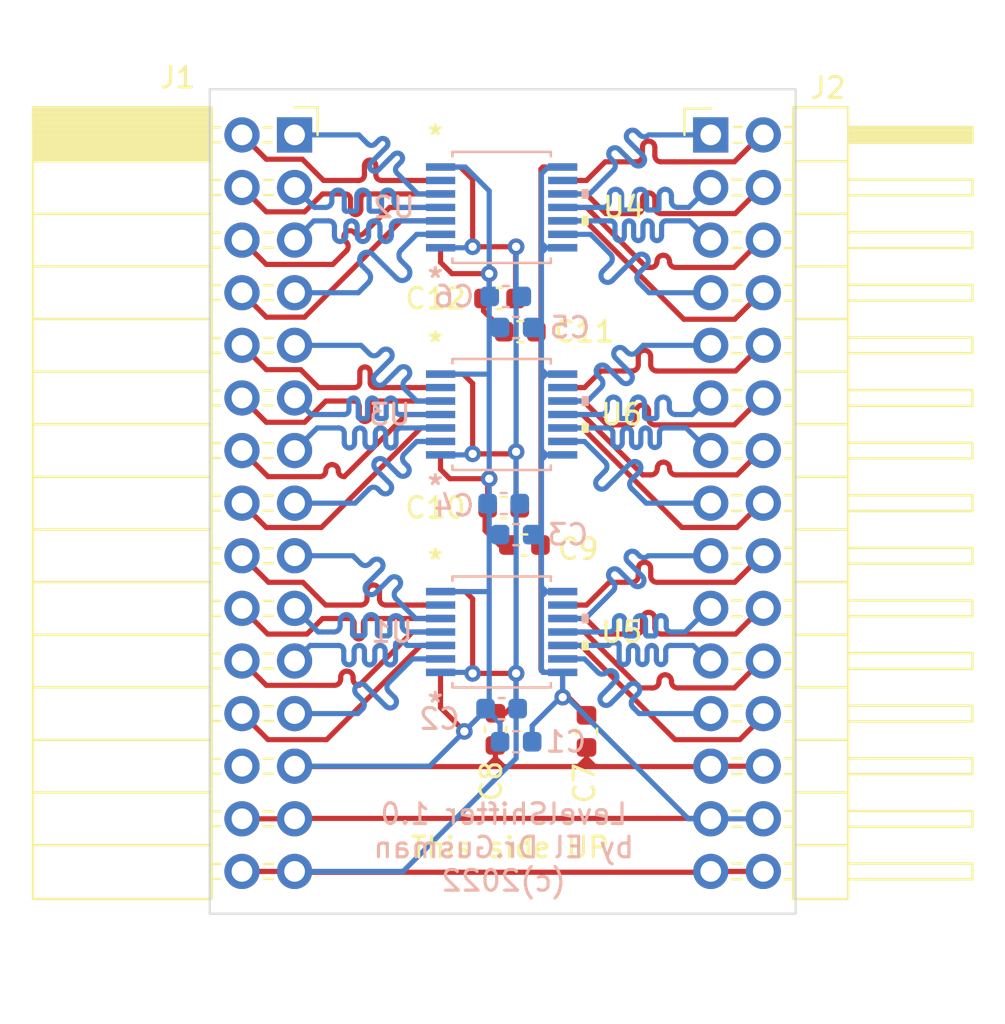
<source format=kicad_pcb>
(kicad_pcb (version 20211014) (generator pcbnew)
  (layers (0 "F.Cu" signal) (31 "B.Cu" signal) (34 "B.Paste" user) (35 "F.Paste" user) (36 "B.SilkS" user "B.Silkscreen") (37 "F.SilkS" user "F.Silkscreen") (38 "B.Mask" user) (39 "F.Mask" user) (44 "Edge.Cuts" user))
  (net 0 "")
  (net 1 "/CHAN_0_IN")
  (net 2 "/CHAN_1_IN")
  (net 3 "/CHAN_2_IN")
  (net 4 "/CHAN_3_IN")
  (net 5 "/CHAN_4_IN")
  (net 6 "/CHAN_5_IN")
  (net 7 "/CHAN_6_IN")
  (net 8 "/CHAN_7_IN")
  (net 9 "/CHAN_8_IN")
  (net 10 "/CHAN_9_IN")
  (net 11 "/CHAN_10_IN")
  (net 12 "/CHAN_11_IN")
  (net 13 "/GND")
  (net 14 "/3V3")
  (net 15 "/5V")
  (net 16 "/CHAN_0_OUT")
  (net 17 "/CHAN_1_OUT")
  (net 18 "/CHAN_2_OUT")
  (net 19 "/CHAN_3_OUT")
  (net 20 "/CHAN_4_OUT")
  (net 21 "/CHAN_5_OUT")
  (net 22 "/CHAN_6_OUT")
  (net 23 "/CHAN_7_OUT")
  (net 24 "/CHAN_8_OUT")
  (net 25 "/CHAN_9_OUT")
  (net 26 "/CHAN_10_OUT")
  (net 27 "/CHAN_11_OUT")
  (net 34 "/CHAN_23_IN")
  (net 35 "/CHAN_22_IN")
  (net 36 "/CHAN_21_IN")
  (net 37 "/CHAN_20_IN")
  (net 38 "/CHAN_19_IN")
  (net 39 "/CHAN_18_IN")
  (net 40 "/CHAN_17_IN")
  (net 41 "/CHAN_16_IN")
  (net 42 "/CHAN_15_IN")
  (net 43 "/CHAN_14_IN")
  (net 44 "/CHAN_13_IN")
  (net 45 "/CHAN_12_IN")
  (net 46 "/CHAN_23_OUT")
  (net 47 "/CHAN_22_OUT")
  (net 48 "/CHAN_21_OUT")
  (net 49 "/CHAN_20_OUT")
  (net 50 "/CHAN_19_OUT")
  (net 51 "/CHAN_18_OUT")
  (net 52 "/CHAN_17_OUT")
  (net 53 "/CHAN_16_OUT")
  (net 54 "/CHAN_15_OUT")
  (net 55 "/CHAN_14_OUT")
  (net 56 "/CHAN_13_OUT")
  (net 57 "/CHAN_12_OUT")
  (footprint "Connector_PinSocket_2.54mm:PinSocket_2x15_P2.54mm_Horizontal" (layer "F.Cu") (at 149.895 80)
    (fp_text reference "J1")
    (fp_text value "Conn_02x15_Odd_Even")
  )
  (footprint "Capacitor_SMD:C_0603_1608Metric" (layer "F.Cu") (at 163.995 108.8 -90)
    (fp_text reference "C7")
    (fp_text value "C")
  )
  (footprint "Capacitor_SMD:C_0603_1608Metric" (layer "F.Cu") (at 159.595 108.7 90)
    (fp_text reference "C8")
    (fp_text value "C")
  )
  (footprint "footprints:TXU0104PWR" (layer "F.Cu") (at 159.895 93.5)
    (fp_text reference "U6")
    (fp_text value "TXU0104PWR" hide)
  )
  (footprint "Capacitor_SMD:C_0603_1608Metric" (layer "F.Cu") (at 159.795 87.9)
    (fp_text reference "C12")
    (fp_text value "C")
  )
  (footprint "footprints:TXU0104PWR" (layer "F.Cu") (at 159.895 104)
    (fp_text reference "U5")
    (fp_text value "TXU0104PWR" hide)
  )
  (footprint "Capacitor_SMD:C_0603_1608Metric" (layer "F.Cu") (at 159.995 98)
    (fp_text reference "C10")
    (fp_text value "C")
  )
  (footprint "Connector_PinHeader_2.54mm:PinHeader_2x15_P2.54mm_Horizontal" (layer "F.Cu") (at 169.995 80)
    (fp_text reference "J2")
    (fp_text value "Conn_02x15_Odd_Even")
  )
  (footprint "footprints:TXU0104PWR" (layer "F.Cu") (at 159.895 83.5)
    (fp_text reference "U4")
    (fp_text value "TXU0104PWR" hide)
  )
  (footprint "Capacitor_SMD:C_0603_1608Metric" (layer "F.Cu") (at 160.995 99.8 180)
    (fp_text reference "C9")
    (fp_text value "C")
  )
  (footprint "Capacitor_SMD:C_0603_1608Metric" (layer "F.Cu") (at 160.795 89.5 180)
    (fp_text reference "C11")
    (fp_text value "C")
  )
  (footprint "Capacitor_SMD:C_0603_1608Metric" (layer "B.Cu") (at 160.095 87.8)
    (fp_text reference "C6")
    (fp_text value "C")
  )
  (footprint "footprints:TXU0104PWR" (layer "B.Cu") (at 159.895 83.5)
    (fp_text reference "U2")
    (fp_text value "TXU0104PWR" hide)
  )
  (footprint "Capacitor_SMD:C_0603_1608Metric" (layer "B.Cu") (at 159.895 107.7)
    (fp_text reference "C2")
    (fp_text value "C")
  )
  (footprint "Capacitor_SMD:C_0603_1608Metric" (layer "B.Cu") (at 159.995 97.8)
    (fp_text reference "C4")
    (fp_text value "C")
  )
  (footprint "footprints:TXU0104PWR" (layer "B.Cu") (at 159.895 104)
    (fp_text reference "U1")
    (fp_text value "TXU0104PWR" hide)
  )
  (footprint "Capacitor_SMD:C_0603_1608Metric" (layer "B.Cu") (at 160.595 89.3 180)
    (fp_text reference "C5")
    (fp_text value "C")
  )
  (footprint "Capacitor_SMD:C_0603_1608Metric" (layer "B.Cu") (at 160.595 99.3 180)
    (fp_text reference "C3")
    (fp_text value "C")
  )
  (footprint "Capacitor_SMD:C_0603_1608Metric" (layer "B.Cu") (at 160.595 109.3 180)
    (fp_text reference "C1")
    (fp_text value "C")
  )
  (footprint "footprints:TXU0104PWR" (layer "B.Cu") (at 159.895 93.5)
    (fp_text reference "U3")
    (fp_text value "TXU0104PWR" hide)
  )
  (gr_rect (start 145.795 117.6) (end 174.095 77.8) (layer "Edge.Cuts") (width 0.1) (fill none))
  (gr_text "LevelShifter 1.0\nby El Dr.Gusman\n(c)2022" (at 159.995 114.4) (layer "B.SilkS") (effects (font (size 1 1)) (justify mirror)))
  (gr_text "This side UP" (at 160.295 114.4) (layer "F.SilkS") (effects (font (size 1 1))))
  (segment (start 154.68331 80.95103) (end 154.491445 81.142895) (width 0.25) (layer "B.Cu") (net 1))
  (segment (start 153.592475 81.688309) (end 153.592474 81.688308) (width 0.25) (layer "B.Cu") (net 1))
  (segment (start 154.314668 81.319668) (end 153.946028 81.688308) (width 0.25) (layer "B.Cu") (net 1))
  (segment (start 156.945052 82.850014) (end 155.845014 82.850014) (width 0.25) (layer "B.Cu") (net 1))
  (segment (start 155.845014 82.850014) (end 154.845 81.85) (width 0.25) (layer "B.Cu") (net 1))
  (segment (start 154.844999 81.496446) (end 155.036863 81.304582) (width 0.25) (layer "B.Cu") (net 1))
  (segment (start 154.845 81.496448) (end 154.844999 81.496446) (width 0.25) (layer "B.Cu") (net 1))
  (segment (start 154.491445 81.142895) (end 154.314669 81.319671) (width 0.25) (layer "B.Cu") (net 1))
  (segment (start 153.430781 80.435784) (end 152.995 80) (width 0.25) (layer "B.Cu") (net 1))
  (segment (start 154.314669 81.319671) (end 154.314668 81.319668) (width 0.25) (layer "B.Cu") (net 1))
  (segment (start 153.592474 81.334754) (end 153.961115 80.966113) (width 0.25) (layer "B.Cu") (net 1))
  (segment (start 153.961115 80.966113) (end 154.329754 80.597474) (width 0.25) (layer "B.Cu") (net 1))
  (segment (start 152.995 80) (end 149.895 80) (width 0.25) (layer "B.Cu") (net 1))
  (segment (start 153.430782 80.435784) (end 153.430781 80.435784) (width 0.25) (layer "B.Cu") (net 1))
  (segment (start 155.036862 80.951029) (end 155.036864 80.95103) (width 0.25) (layer "B.Cu") (net 1))
  (segment (start 154.329755 80.243921) (end 154.329754 80.24392) (width 0.25) (layer "B.Cu") (net 1))
  (segment (start 153.9762 80.24392) (end 153.784335 80.435785) (width 0.25) (layer "B.Cu") (net 1))
  (arc (start 155.036864 80.95103) (mid 154.860087 80.877807) (end 154.68331 80.95103) (width 0.25) (layer "B.Cu") (net 1))
  (arc (start 153.946028 81.688308) (mid 153.769252 81.761532) (end 153.592475 81.688309) (width 0.25) (layer "B.Cu") (net 1))
  (arc (start 155.036863 81.304582) (mid 155.110086 81.127805) (end 155.036862 80.951029) (width 0.25) (layer "B.Cu") (net 1))
  (arc (start 154.329754 80.597474) (mid 154.402978 80.420698) (end 154.329755 80.243921) (width 0.25) (layer "B.Cu") (net 1))
  (arc (start 154.329754 80.24392) (mid 154.152977 80.170697) (end 153.9762 80.24392) (width 0.25) (layer "B.Cu") (net 1))
  (arc (start 153.784335 80.435785) (mid 153.607558 80.509008) (end 153.430782 80.435784) (width 0.25) (layer "B.Cu") (net 1))
  (arc (start 154.845 81.85) (mid 154.771776 81.673223) (end 154.845 81.496448) (width 0.25) (layer "B.Cu") (net 1))
  (arc (start 153.592474 81.688308) (mid 153.519251 81.511531) (end 153.592474 81.334754) (width 0.25) (layer "B.Cu") (net 1))
  (segment (start 152.295 83.5) (end 152.295 82.964591) (width 0.25) (layer "B.Cu") (net 2))
  (segment (start 152.802296 83.685409) (end 152.387704 83.685409) (width 0.25) (layer "B.Cu") (net 2))
  (segment (start 151.695 82.964591) (end 151.695 83.2) (width 0.25) (layer "B.Cu") (net 2))
  (segment (start 154.095 82.964591) (end 154.095 83.2) (width 0.25) (layer "B.Cu") (net 2))
  (segment (start 153.495 83.592705) (end 153.495 83.5) (width 0.25) (layer "B.Cu") (net 2))
  (segment (start 156.945052 83.5) (end 154.995 83.5) (width 0.25) (layer "B.Cu") (net 2))
  (segment (start 153.495 83.5) (end 153.495 82.964591) (width 0.25) (layer "B.Cu") (net 2))
  (segment (start 152.895 82.964591) (end 152.895 83.5) (width 0.25) (layer "B.Cu") (net 2))
  (segment (start 151.395 83.5) (end 150.855 83.5) (width 0.25) (layer "B.Cu") (net 2))
  (segment (start 154.002296 83.685409) (end 153.587704 83.685409) (width 0.25) (layer "B.Cu") (net 2))
  (segment (start 154.095 83.2) (end 154.095 83.592705) (width 0.25) (layer "B.Cu") (net 2))
  (segment (start 152.895 83.5) (end 152.895 83.592705) (width 0.25) (layer "B.Cu") (net 2))
  (segment (start 152.295 83.592705) (end 152.295 83.5) (width 0.25) (layer "B.Cu") (net 2))
  (segment (start 154.695 83.2) (end 154.695 82.964591) (width 0.25) (layer "B.Cu") (net 2))
  (segment (start 150.855 83.5) (end 149.895 82.54) (width 0.25) (layer "B.Cu") (net 2))
  (arc (start 153.495 82.964591) (mid 153.407132 82.752459) (end 153.195 82.664591) (width 0.25) (layer "B.Cu") (net 2))
  (arc (start 153.195 82.664591) (mid 152.982868 82.752459) (end 152.895 82.964591) (width 0.25) (layer "B.Cu") (net 2))
  (arc (start 154.395 82.664591) (mid 154.182868 82.752459) (end 154.095 82.964591) (width 0.25) (layer "B.Cu") (net 2))
  (arc (start 151.995 82.664591) (mid 151.782868 82.752459) (end 151.695 82.964591) (width 0.25) (layer "B.Cu") (net 2))
  (arc (start 152.387704 83.685409) (mid 152.322152 83.658257) (end 152.295 83.592705) (width 0.25) (layer "B.Cu") (net 2))
  (arc (start 154.695 82.964591) (mid 154.607132 82.752459) (end 154.395 82.664591) (width 0.25) (layer "B.Cu") (net 2))
  (arc (start 153.587704 83.685409) (mid 153.522152 83.658257) (end 153.495 83.592705) (width 0.25) (layer "B.Cu") (net 2))
  (arc (start 152.895 83.592705) (mid 152.867848 83.658257) (end 152.802296 83.685409) (width 0.25) (layer "B.Cu") (net 2))
  (arc (start 154.095 83.592705) (mid 154.067848 83.658257) (end 154.002296 83.685409) (width 0.25) (layer "B.Cu") (net 2))
  (arc (start 152.295 82.964591) (mid 152.207132 82.752459) (end 151.995 82.664591) (width 0.25) (layer "B.Cu") (net 2))
  (arc (start 151.695 83.2) (mid 151.607132 83.412132) (end 151.395 83.5) (width 0.25) (layer "B.Cu") (net 2))
  (arc (start 154.995 83.5) (mid 154.782868 83.412132) (end 154.695 83.2) (width 0.25) (layer "B.Cu") (net 2))
  (segment (start 151.820014 84.871816) (end 151.820014 84.424986) (width 0.25) (layer "B.Cu") (net 3))
  (segment (start 154.570014 84.424986) (end 154.570014 84.871816) (width 0.25) (layer "B.Cu") (net 3))
  (segment (start 153.470014 84.424986) (end 153.470014 84.871816) (width 0.25) (layer "B.Cu") (net 3))
  (segment (start 154.020014 84.871816) (end 154.020014 84.424986) (width 0.25) (layer "B.Cu") (net 3))
  (segment (start 156.945052 84.149986) (end 154.845014 84.149986) (width 0.25) (layer "B.Cu") (net 3))
  (segment (start 151.545014 84.149986) (end 150.825014 84.149986) (width 0.25) (layer "B.Cu") (net 3))
  (segment (start 152.920014 84.871816) (end 152.920014 84.424986) (width 0.25) (layer "B.Cu") (net 3))
  (segment (start 152.370014 84.424986) (end 152.370014 84.871816) (width 0.25) (layer "B.Cu") (net 3))
  (segment (start 150.825014 84.149986) (end 149.895 85.08) (width 0.25) (layer "B.Cu") (net 3))
  (arc (start 153.745014 84.149986) (mid 153.55056 84.230532) (end 153.470014 84.424986) (width 0.25) (layer "B.Cu") (net 3))
  (arc (start 152.095014 85.146816) (mid 151.90056 85.06627) (end 151.820014 84.871816) (width 0.25) (layer "B.Cu") (net 3))
  (arc (start 153.195014 85.146816) (mid 153.00056 85.06627) (end 152.920014 84.871816) (width 0.25) (layer "B.Cu") (net 3))
  (arc (start 152.370014 84.871816) (mid 152.289468 85.06627) (end 152.095014 85.146816) (width 0.25) (layer "B.Cu") (net 3))
  (arc (start 151.820014 84.424986) (mid 151.739468 84.230532) (end 151.545014 84.149986) (width 0.25) (layer "B.Cu") (net 3))
  (arc (start 154.845014 84.149986) (mid 154.65056 84.230532) (end 154.570014 84.424986) (width 0.25) (layer "B.Cu") (net 3))
  (arc (start 153.470014 84.871816) (mid 153.389468 85.06627) (end 153.195014 85.146816) (width 0.25) (layer "B.Cu") (net 3))
  (arc (start 152.645014 84.149986) (mid 152.45056 84.230532) (end 152.370014 84.424986) (width 0.25) (layer "B.Cu") (net 3))
  (arc (start 154.020014 84.424986) (mid 153.939468 84.230532) (end 153.745014 84.149986) (width 0.25) (layer "B.Cu") (net 3))
  (arc (start 154.570014 84.871816) (mid 154.489468 85.06627) (end 154.295014 85.146816) (width 0.25) (layer "B.Cu") (net 3))
  (arc (start 152.920014 84.424986) (mid 152.839468 84.230532) (end 152.645014 84.149986) (width 0.25) (layer "B.Cu") (net 3))
  (arc (start 154.295014 85.146816) (mid 154.10056 85.06627) (end 154.020014 84.871816) (width 0.25) (layer "B.Cu") (net 3))
  (segment (start 152.975 87.62) (end 149.895 87.62) (width 0.25) (layer "B.Cu") (net 4))
  (segment (start 153.276552 87.318448) (end 152.975 87.62) (width 0.25) (layer "B.Cu") (net 4))
  (segment (start 154.823613 86.919602) (end 154.823614 86.919603) (width 0.25) (layer "B.Cu") (net 4))
  (segment (start 154.823614 86.919603) (end 153.675399 85.771384) (width 0.25) (layer "B.Cu") (net 4))
  (segment (start 155.045 86.08033) (end 155.353944 86.389273) (width 0.25) (layer "B.Cu") (net 4))
  (segment (start 153.454012 87.140988) (end 153.276552 87.318448) (width 0.25) (layer "B.Cu") (net 4))
  (segment (start 153.145067 86.301716) (end 153.454012 86.610658) (width 0.25) (layer "B.Cu") (net 4))
  (segment (start 153.145068 86.301717) (end 153.145067 86.301716) (width 0.25) (layer "B.Cu") (net 4))
  (segment (start 156.945052 84.799972) (end 155.795028 84.799972) (width 0.25) (layer "B.Cu") (net 4))
  (segment (start 155.795028 84.799972) (end 155.045 85.55) (width 0.25) (layer "B.Cu") (net 4))
  (segment (start 155.045001 86.080331) (end 155.045 86.08033) (width 0.25) (layer "B.Cu") (net 4))
  (arc (start 155.353944 86.919603) (mid 155.088778 87.029438) (end 154.823613 86.919602) (width 0.25) (layer "B.Cu") (net 4))
  (arc (start 155.045 85.55) (mid 154.935165 85.815166) (end 155.045001 86.080331) (width 0.25) (layer "B.Cu") (net 4))
  (arc (start 153.454012 86.610658) (mid 153.563847 86.875823) (end 153.454012 87.140988) (width 0.25) (layer "B.Cu") (net 4))
  (arc (start 153.145067 85.771386) (mid 153.035233 86.036551) (end 153.145068 86.301717) (width 0.25) (layer "B.Cu") (net 4))
  (arc (start 155.353944 86.389273) (mid 155.463779 86.654438) (end 155.353944 86.919603) (width 0.25) (layer "B.Cu") (net 4))
  (arc (start 153.675399 85.771384) (mid 153.410232 85.661551) (end 153.145067 85.771386) (width 0.25) (layer "B.Cu") (net 4))
  (segment (start 153.798031 91.575644) (end 154.520644 90.85303) (width 0.25) (layer "B.Cu") (net 5))
  (segment (start 155.22 91.850736) (end 155.369175 91.701561) (width 0.25) (layer "B.Cu") (net 5))
  (segment (start 153.105 90.16) (end 149.895 90.16) (width 0.25) (layer "B.Cu") (net 5))
  (segment (start 155.795014 92.850014) (end 155.22 92.275) (width 0.25) (layer "B.Cu") (net 5))
  (segment (start 156.945052 92.850014) (end 155.795014 92.850014) (width 0.25) (layer "B.Cu") (net 5))
  (segment (start 154.944909 91.277296) (end 154.222295 91.999909) (width 0.25) (layer "B.Cu") (net 5))
  (segment (start 154.944909 91.277297) (end 154.944909 91.277296) (width 0.25) (layer "B.Cu") (net 5))
  (segment (start 153.522938 90.577941) (end 153.105 90.16) (width 0.25) (layer "B.Cu") (net 5))
  (segment (start 154.096378 90.428765) (end 153.947202 90.577941) (width 0.25) (layer "B.Cu") (net 5))
  (segment (start 154.096378 90.428766) (end 154.096378 90.428765) (width 0.25) (layer "B.Cu") (net 5))
  (segment (start 153.798031 91.575643) (end 153.798031 91.575644) (width 0.25) (layer "B.Cu") (net 5))
  (arc (start 155.369175 91.701561) (mid 155.457043 91.489429) (end 155.369175 91.277297) (width 0.25) (layer "B.Cu") (net 5))
  (arc (start 153.947202 90.577941) (mid 153.73507 90.665809) (end 153.522938 90.577941) (width 0.25) (layer "B.Cu") (net 5))
  (arc (start 154.222295 91.999909) (mid 154.010163 92.087777) (end 153.798031 91.999909) (width 0.25) (layer "B.Cu") (net 5))
  (arc (start 154.520644 90.85303) (mid 154.608512 90.640898) (end 154.520644 90.428766) (width 0.25) (layer "B.Cu") (net 5))
  (arc (start 155.22 92.275) (mid 155.132132 92.062868) (end 155.22 91.850736) (width 0.25) (layer "B.Cu") (net 5))
  (arc (start 153.798031 91.999909) (mid 153.710163 91.787776) (end 153.798031 91.575643) (width 0.25) (layer "B.Cu") (net 5))
  (arc (start 154.520644 90.428766) (mid 154.30851 90.340897) (end 154.096378 90.428766) (width 0.25) (layer "B.Cu") (net 5))
  (arc (start 155.369175 91.277297) (mid 155.157041 91.189428) (end 154.944909 91.277297) (width 0.25) (layer "B.Cu") (net 5))
  (segment (start 152.97 93.598142) (end 152.97 93.5) (width 0.25) (layer "B.Cu") (net 6))
  (segment (start 153.321858 93.696284) (end 153.068142 93.696284) (width 0.25) (layer "B.Cu") (net 6))
  (segment (start 151.9974 93.5) (end 150.695 93.5) (width 0.25) (layer "B.Cu") (net 6))
  (segment (start 152.97 93.5) (end 152.97 92.928716) (width 0.25) (layer "B.Cu") (net 6))
  (segment (start 154.77 93.275) (end 154.77 92.928716) (width 0.25) (layer "B.Cu") (net 6))
  (segment (start 153.42 92.928716) (end 153.42 93.5) (width 0.25) (layer "B.Cu") (net 6))
  (segment (start 154.221858 93.696284) (end 153.968142 93.696284) (width 0.25) (layer "B.Cu") (net 6))
  (segment (start 153.87 93.598142) (end 153.87 93.5) (width 0.25) (layer "B.Cu") (net 6))
  (segment (start 154.32 93.275) (end 154.32 93.598142) (width 0.25) (layer "B.Cu") (net 6))
  (segment (start 154.32 92.928716) (end 154.32 93.275) (width 0.25) (layer "B.Cu") (net 6))
  (segment (start 150.695 93.5) (end 149.895 92.7) (width 0.25) (layer "B.Cu") (net 6))
  (segment (start 153.87 93.5) (end 153.87 92.928716) (width 0.25) (layer "B.Cu") (net 6))
  (segment (start 152.52 92.928716) (end 152.52 93.275) (width 0.25) (layer "B.Cu") (net 6))
  (segment (start 152.295 93.5) (end 151.9974 93.5) (width 0.25) (layer "B.Cu") (net 6))
  (segment (start 153.42 93.5) (end 153.42 93.598142) (width 0.25) (layer "B.Cu") (net 6))
  (segment (start 156.945052 93.5) (end 154.995 93.5) (width 0.25) (layer "B.Cu") (net 6))
  (arc (start 153.968142 93.696284) (mid 153.898745 93.667539) (end 153.87 93.598142) (width 0.25) (layer "B.Cu") (net 6))
  (arc (start 154.995 93.5) (mid 154.835901 93.434099) (end 154.77 93.275) (width 0.25) (layer "B.Cu") (net 6))
  (arc (start 152.97 92.928716) (mid 152.904099 92.769617) (end 152.745 92.703716) (width 0.25) (layer "B.Cu") (net 6))
  (arc (start 153.42 93.598142) (mid 153.391255 93.667539) (end 153.321858 93.696284) (width 0.25) (layer "B.Cu") (net 6))
  (arc (start 154.32 93.598142) (mid 154.291255 93.667539) (end 154.221858 93.696284) (width 0.25) (layer "B.Cu") (net 6))
  (arc (start 152.52 93.275) (mid 152.454099 93.434099) (end 152.295 93.5) (width 0.25) (layer "B.Cu") (net 6))
  (arc (start 153.068142 93.696284) (mid 152.998745 93.667539) (end 152.97 93.598142) (width 0.25) (layer "B.Cu") (net 6))
  (arc (start 154.545 92.703716) (mid 154.385901 92.769617) (end 154.32 92.928716) (width 0.25) (layer "B.Cu") (net 6))
  (arc (start 152.745 92.703716) (mid 152.585901 92.769617) (end 152.52 92.928716) (width 0.25) (layer "B.Cu") (net 6))
  (arc (start 154.77 92.928716) (mid 154.704099 92.769617) (end 154.545 92.703716) (width 0.25) (layer "B.Cu") (net 6))
  (arc (start 153.87 92.928716) (mid 153.804099 92.769617) (end 153.645 92.703716) (width 0.25) (layer "B.Cu") (net 6))
  (arc (start 153.645 92.703716) (mid 153.485901 92.769617) (end 153.42 92.928716) (width 0.25) (layer "B.Cu") (net 6))
  (segment (start 152.045014 94.149986) (end 151.995014 94.149986) (width 0.25) (layer "B.Cu") (net 7))
  (segment (start 150.985014 94.149986) (end 149.895 95.24) (width 0.25) (layer "B.Cu") (net 7))
  (segment (start 152.795014 94.399986) (end 152.795014 94.864308) (width 0.25) (layer "B.Cu") (net 7))
  (segment (start 152.295014 94.864308) (end 152.295014 94.399986) (width 0.25) (layer "B.Cu") (net 7))
  (segment (start 156.945052 94.149986) (end 155.045014 94.149986) (width 0.25) (layer "B.Cu") (net 7))
  (segment (start 154.795014 94.399986) (end 154.795014 94.864308) (width 0.25) (layer "B.Cu") (net 7))
  (segment (start 153.795014 94.399986) (end 153.795014 94.864308) (width 0.25) (layer "B.Cu") (net 7))
  (segment (start 154.295014 94.864308) (end 154.295014 94.399986) (width 0.25) (layer "B.Cu") (net 7))
  (segment (start 153.295014 94.864308) (end 153.295014 94.399986) (width 0.25) (layer "B.Cu") (net 7))
  (segment (start 151.995014 94.149986) (end 150.985014 94.149986) (width 0.25) (layer "B.Cu") (net 7))
  (arc (start 153.795014 94.864308) (mid 153.721791 95.041085) (end 153.545014 95.114308) (width 0.25) (layer "B.Cu") (net 7))
  (arc (start 154.795014 94.864308) (mid 154.721791 95.041085) (end 154.545014 95.114308) (width 0.25) (layer "B.Cu") (net 7))
  (arc (start 152.545014 95.114308) (mid 152.368237 95.041085) (end 152.295014 94.864308) (width 0.25) (layer "B.Cu") (net 7))
  (arc (start 154.545014 95.114308) (mid 154.368237 95.041085) (end 154.295014 94.864308) (width 0.25) (layer "B.Cu") (net 7))
  (arc (start 152.795014 94.864308) (mid 152.721791 95.041085) (end 152.545014 95.114308) (width 0.25) (layer "B.Cu") (net 7))
  (arc (start 155.045014 94.149986) (mid 154.868237 94.223209) (end 154.795014 94.399986) (width 0.25) (layer "B.Cu") (net 7))
  (arc (start 153.045014 94.149986) (mid 152.868237 94.223209) (end 152.795014 94.399986) (width 0.25) (layer "B.Cu") (net 7))
  (arc (start 153.295014 94.399986) (mid 153.221791 94.223209) (end 153.045014 94.149986) (width 0.25) (layer "B.Cu") (net 7))
  (arc (start 154.295014 94.399986) (mid 154.221791 94.223209) (end 154.045014 94.149986) (width 0.25) (layer "B.Cu") (net 7))
  (arc (start 152.295014 94.399986) (mid 152.221791 94.223209) (end 152.045014 94.149986) (width 0.25) (layer "B.Cu") (net 7))
  (arc (start 153.545014 95.114308) (mid 153.368237 95.041085) (end 153.295014 94.864308) (width 0.25) (layer "B.Cu") (net 7))
  (arc (start 154.045014 94.149986) (mid 153.868237 94.223209) (end 153.795014 94.399986) (width 0.25) (layer "B.Cu") (net 7))
  (segment (start 155.795028 94.799972) (end 155.195 95.4) (width 0.25) (layer "B.Cu") (net 8))
  (segment (start 155.195001 95.824265) (end 155.195 95.824264) (width 0.25) (layer "B.Cu") (net 8))
  (segment (start 154.917552 96.395343) (end 154.235014 95.712801) (width 0.25) (layer "B.Cu") (net 8))
  (segment (start 153.810749 96.137068) (end 153.810748 96.137067) (width 0.25) (layer "B.Cu") (net 8))
  (segment (start 155.195 95.824264) (end 155.341816 95.971079) (width 0.25) (layer "B.Cu") (net 8))
  (segment (start 156.945052 94.799972) (end 155.795028 94.799972) (width 0.25) (layer "B.Cu") (net 8))
  (segment (start 153.810748 96.137067) (end 154.346475 96.67279) (width 0.25) (layer "B.Cu") (net 8))
  (segment (start 153.266217 97.328783) (end 152.815 97.78) (width 0.25) (layer "B.Cu") (net 8))
  (segment (start 152.815 97.78) (end 149.895 97.78) (width 0.25) (layer "B.Cu") (net 8))
  (segment (start 154.069026 97.243869) (end 153.922211 97.097053) (width 0.25) (layer "B.Cu") (net 8))
  (segment (start 154.917551 96.395342) (end 154.917552 96.395343) (width 0.25) (layer "B.Cu") (net 8))
  (segment (start 153.497947 97.097053) (end 153.266217 97.328783) (width 0.25) (layer "B.Cu") (net 8))
  (segment (start 154.346475 96.67279) (end 154.49329 96.819605) (width 0.25) (layer "B.Cu") (net 8))
  (segment (start 154.069025 97.243868) (end 154.069026 97.243869) (width 0.25) (layer "B.Cu") (net 8))
  (arc (start 154.49329 97.243869) (mid 154.281157 97.331737) (end 154.069025 97.243868) (width 0.25) (layer "B.Cu") (net 8))
  (arc (start 154.49329 96.819605) (mid 154.581158 97.031737) (end 154.49329 97.243869) (width 0.25) (layer "B.Cu") (net 8))
  (arc (start 153.810748 95.712803) (mid 153.722881 95.924935) (end 153.810749 96.137068) (width 0.25) (layer "B.Cu") (net 8))
  (arc (start 153.922211 97.097053) (mid 153.710079 97.009185) (end 153.497947 97.097053) (width 0.25) (layer "B.Cu") (net 8))
  (arc (start 155.195 95.4) (mid 155.107132 95.612133) (end 155.195001 95.824265) (width 0.25) (layer "B.Cu") (net 8))
  (arc (start 155.341816 95.971079) (mid 155.429684 96.183211) (end 155.341816 96.395343) (width 0.25) (layer "B.Cu") (net 8))
  (arc (start 154.235014 95.712801) (mid 154.02288 95.624935) (end 153.810748 95.712803) (width 0.25) (layer "B.Cu") (net 8))
  (arc (start 155.341816 96.395343) (mid 155.129683 96.483211) (end 154.917551 96.395342) (width 0.25) (layer "B.Cu") (net 8))
  (segment (start 154.795 101.975736) (end 154.927578 101.843158) (width 0.25) (layer "B.Cu") (net 9))
  (segment (start 154.503312 101.418893) (end 153.813892 102.108312) (width 0.25) (layer "B.Cu") (net 9))
  (segment (start 153.097938 100.702941) (end 152.828665 100.433665) (width 0.25) (layer "B.Cu") (net 9))
  (segment (start 154.503312 101.418894) (end 154.503312 101.418893) (width 0.25) (layer "B.Cu") (net 9))
  (segment (start 153.654781 100.570363) (end 153.654781 100.570362) (width 0.25) (layer "B.Cu") (net 9))
  (segment (start 152.715 100.32) (end 149.895 100.32) (width 0.25) (layer "B.Cu") (net 9))
  (segment (start 156.945052 103.350014) (end 155.745014 103.350014) (width 0.25) (layer "B.Cu") (net 9))
  (segment (start 153.389628 101.684047) (end 154.079047 100.994627) (width 0.25) (layer "B.Cu") (net 9))
  (segment (start 152.828665 100.433665) (end 152.715 100.32) (width 0.25) (layer "B.Cu") (net 9))
  (segment (start 153.654781 100.570362) (end 153.522202 100.702941) (width 0.25) (layer "B.Cu") (net 9))
  (segment (start 155.745014 103.350014) (end 154.795 102.4) (width 0.25) (layer "B.Cu") (net 9))
  (segment (start 153.389628 101.684046) (end 153.389628 101.684047) (width 0.25) (layer "B.Cu") (net 9))
  (arc (start 154.079047 100.570363) (mid 153.866913 100.482494) (end 153.654781 100.570363) (width 0.25) (layer "B.Cu") (net 9))
  (arc (start 154.079047 100.994627) (mid 154.166915 100.782495) (end 154.079047 100.570363) (width 0.25) (layer "B.Cu") (net 9))
  (arc (start 154.927578 101.843158) (mid 155.015446 101.631026) (end 154.927578 101.418894) (width 0.25) (layer "B.Cu") (net 9))
  (arc (start 154.795 102.4) (mid 154.707132 102.187868) (end 154.795 101.975736) (width 0.25) (layer "B.Cu") (net 9))
  (arc (start 153.813892 102.108312) (mid 153.60176 102.19618) (end 153.389628 102.108312) (width 0.25) (layer "B.Cu") (net 9))
  (arc (start 154.927578 101.418894) (mid 154.715444 101.331025) (end 154.503312 101.418894) (width 0.25) (layer "B.Cu") (net 9))
  (arc (start 153.522202 100.702941) (mid 153.31007 100.790809) (end 153.097938 100.702941) (width 0.25) (layer "B.Cu") (net 9))
  (arc (start 153.389628 102.108312) (mid 153.30176 101.896179) (end 153.389628 101.684046) (width 0.25) (layer "B.Cu") (net 9))
  (segment (start 153.895 104.093977) (end 153.895 104) (width 0.25) (layer "B.Cu") (net 10))
  (segment (start 152.695 104.093977) (end 152.695 104) (width 0.25) (layer "B.Cu") (net 10))
  (segment (start 156.945052 104) (end 155.395 104) (width 0.25) (layer "B.Cu") (net 10))
  (segment (start 152.095 103.462047) (end 152.095 103.7) (width 0.25) (layer "B.Cu") (net 10))
  (segment (start 153.201024 104.187953) (end 152.788976 104.187953) (width 0.25) (layer "B.Cu") (net 10))
  (segment (start 151.035 104) (end 149.895 102.86) (width 0.25) (layer "B.Cu") (net 10))
  (segment (start 153.895 104) (end 153.895 103.462047) (width 0.25) (layer "B.Cu") (net 10))
  (segment (start 151.795 104) (end 151.247059 104) (width 0.25) (layer "B.Cu") (net 10))
  (segment (start 154.495 103.7) (end 154.495 104.093977) (width 0.25) (layer "B.Cu") (net 10))
  (segment (start 151.247059 104) (end 151.035 104) (width 0.25) (layer "B.Cu") (net 10))
  (segment (start 154.495 103.512047) (end 154.495 103.7) (width 0.25) (layer "B.Cu") (net 10))
  (segment (start 155.095 103.7) (end 155.095 103.512047) (width 0.25) (layer "B.Cu") (net 10))
  (segment (start 154.401024 104.187953) (end 153.988976 104.187953) (width 0.25) (layer "B.Cu") (net 10))
  (segment (start 153.295 103.462047) (end 153.295 104) (width 0.25) (layer "B.Cu") (net 10))
  (segment (start 152.695 104) (end 152.695 103.462047) (width 0.25) (layer "B.Cu") (net 10))
  (segment (start 153.295 104) (end 153.295 104.093977) (width 0.25) (layer "B.Cu") (net 10))
  (arc (start 152.695 103.462047) (mid 152.607132 103.249915) (end 152.395 103.162047) (width 0.25) (layer "B.Cu") (net 10))
  (arc (start 154.795 103.212047) (mid 154.582868 103.299915) (end 154.495 103.512047) (width 0.25) (layer "B.Cu") (net 10))
  (arc (start 155.395 104) (mid 155.182868 103.912132) (end 155.095 103.7) (width 0.25) (layer "B.Cu") (net 10))
  (arc (start 152.095 103.7) (mid 152.007132 103.912132) (end 151.795 104) (width 0.25) (layer "B.Cu") (net 10))
  (arc (start 153.988976 104.187953) (mid 153.922525 104.160428) (end 153.895 104.093977) (width 0.25) (layer "B.Cu") (net 10))
  (arc (start 152.395 103.162047) (mid 152.182868 103.249915) (end 152.095 103.462047) (width 0.25) (layer "B.Cu") (net 10))
  (arc (start 153.295 104.093977) (mid 153.267475 104.160428) (end 153.201024 104.187953) (width 0.25) (layer "B.Cu") (net 10))
  (arc (start 153.895 103.462047) (mid 153.807132 103.249915) (end 153.595 103.162047) (width 0.25) (layer "B.Cu") (net 10))
  (arc (start 152.788976 104.187953) (mid 152.722525 104.160428) (end 152.695 104.093977) (width 0.25) (layer "B.Cu") (net 10))
  (arc (start 154.495 104.093977) (mid 154.467475 104.160428) (end 154.401024 104.187953) (width 0.25) (layer "B.Cu") (net 10))
  (arc (start 153.595 103.162047) (mid 153.382868 103.249915) (end 153.295 103.462047) (width 0.25) (layer "B.Cu") (net 10))
  (arc (start 155.095 103.512047) (mid 155.007132 103.299915) (end 154.795 103.212047) (width 0.25) (layer "B.Cu") (net 10))
  (segment (start 155.275215 104.580215) (end 155.275215 104.580214) (width 0.25) (layer "B.Cu") (net 11))
  (segment (start 154.269986 105.339529) (end 154.269986 104.899986) (width 0.25) (layer "B.Cu") (net 11))
  (segment (start 154.775215 104.580214) (end 154.775215 104.580215) (width 0.25) (layer "B.Cu") (net 11))
  (segment (start 154.775215 104.649986) (end 154.769986 104.649986) (width 0.25) (layer "B.Cu") (net 11))
  (segment (start 153.769986 104.899986) (end 153.769986 105.339529) (width 0.25) (layer "B.Cu") (net 11))
  (segment (start 150.949268 104.649986) (end 150.645014 104.649986) (width 0.25) (layer "B.Cu") (net 11))
  (segment (start 150.645014 104.649986) (end 149.895 105.4) (width 0.25) (layer "B.Cu") (net 11))
  (segment (start 152.769986 104.899986) (end 152.769986 105.339529) (width 0.25) (layer "B.Cu") (net 11))
  (segment (start 156.945052 104.649986) (end 155.344986 104.649986) (width 0.25) (layer "B.Cu") (net 11))
  (segment (start 153.269986 105.339529) (end 153.269986 104.899986) (width 0.25) (layer "B.Cu") (net 11))
  (segment (start 152.269986 105.339529) (end 152.269986 104.899986) (width 0.25) (layer "B.Cu") (net 11))
  (segment (start 154.769986 104.649986) (end 154.769986 105.339529) (width 0.25) (layer "B.Cu") (net 11))
  (segment (start 155.205444 104.510443) (end 154.844986 104.510443) (width 0.25) (layer "B.Cu") (net 11))
  (segment (start 152.019986 104.649986) (end 150.949268 104.649986) (width 0.25) (layer "B.Cu") (net 11))
  (segment (start 154.775215 104.580215) (end 154.775215 104.649986) (width 0.25) (layer "B.Cu") (net 11))
  (arc (start 153.019986 104.649986) (mid 152.843209 104.723209) (end 152.769986 104.899986) (width 0.25) (layer "B.Cu") (net 11))
  (arc (start 153.769986 105.339529) (mid 153.696763 105.516306) (end 153.519986 105.589529) (width 0.25) (layer "B.Cu") (net 11))
  (arc (start 152.519986 105.589529) (mid 152.343209 105.516306) (end 152.269986 105.339529) (width 0.25) (layer "B.Cu") (net 11))
  (arc (start 154.844986 104.510443) (mid 154.79565 104.530878) (end 154.775215 104.580214) (width 0.25) (layer "B.Cu") (net 11))
  (arc (start 154.519986 105.589529) (mid 154.343209 105.516306) (end 154.269986 105.339529) (width 0.25) (layer "B.Cu") (net 11))
  (arc (start 155.344986 104.649986) (mid 155.29565 104.629551) (end 155.275215 104.580215) (width 0.25) (layer "B.Cu") (net 11))
  (arc (start 152.269986 104.899986) (mid 152.196763 104.723209) (end 152.019986 104.649986) (width 0.25) (layer "B.Cu") (net 11))
  (arc (start 154.769986 105.339529) (mid 154.696763 105.516306) (end 154.519986 105.589529) (width 0.25) (layer "B.Cu") (net 11))
  (arc (start 153.519986 105.589529) (mid 153.343209 105.516306) (end 153.269986 105.339529) (width 0.25) (layer "B.Cu") (net 11))
  (arc (start 152.769986 105.339529) (mid 152.696763 105.516306) (end 152.519986 105.589529) (width 0.25) (layer "B.Cu") (net 11))
  (arc (start 155.275215 104.580214) (mid 155.25478 104.530878) (end 155.205444 104.510443) (width 0.25) (layer "B.Cu") (net 11))
  (arc (start 154.019986 104.649986) (mid 153.843209 104.723209) (end 153.769986 104.899986) (width 0.25) (layer "B.Cu") (net 11))
  (arc (start 153.269986 104.899986) (mid 153.196763 104.723209) (end 153.019986 104.649986) (width 0.25) (layer "B.Cu") (net 11))
  (arc (start 154.269986 104.899986) (mid 154.196763 104.723209) (end 154.019986 104.649986) (width 0.25) (layer "B.Cu") (net 11))
  (segment (start 154.445001 106.874265) (end 154.445 106.874264) (width 0.25) (layer "B.Cu") (net 12))
  (segment (start 154.445 106.874264) (end 154.727843 107.157106) (width 0.25) (layer "B.Cu") (net 12))
  (segment (start 154.303579 107.58137) (end 153.313632 106.591419) (width 0.25) (layer "B.Cu") (net 12))
  (segment (start 155.595028 105.299972) (end 154.445 106.45) (width 0.25) (layer "B.Cu") (net 12))
  (segment (start 153.17221 107.72279) (end 152.955 107.94) (width 0.25) (layer "B.Cu") (net 12))
  (segment (start 152.889367 107.015686) (end 152.889366 107.015685) (width 0.25) (layer "B.Cu") (net 12))
  (segment (start 152.955 107.94) (end 149.895 107.94) (width 0.25) (layer "B.Cu") (net 12))
  (segment (start 156.945052 105.299972) (end 155.595028 105.299972) (width 0.25) (layer "B.Cu") (net 12))
  (segment (start 152.889366 107.015685) (end 153.17221 107.298526) (width 0.25) (layer "B.Cu") (net 12))
  (segment (start 154.303578 107.581369) (end 154.303579 107.58137) (width 0.25) (layer "B.Cu") (net 12))
  (arc (start 154.445 106.45) (mid 154.357132 106.662133) (end 154.445001 106.874265) (width 0.25) (layer "B.Cu") (net 12))
  (arc (start 153.313632 106.591419) (mid 153.101498 106.503553) (end 152.889366 106.591421) (width 0.25) (layer "B.Cu") (net 12))
  (arc (start 153.17221 107.298526) (mid 153.260078 107.510658) (end 153.17221 107.72279) (width 0.25) (layer "B.Cu") (net 12))
  (arc (start 154.727843 107.157106) (mid 154.815711 107.369238) (end 154.727843 107.58137) (width 0.25) (layer "B.Cu") (net 12))
  (arc (start 154.727843 107.58137) (mid 154.51571 107.669238) (end 154.303578 107.581369) (width 0.25) (layer "B.Cu") (net 12))
  (arc (start 152.889366 106.591421) (mid 152.801499 106.803553) (end 152.889367 107.015686) (width 0.25) (layer "B.Cu") (net 12))
  (segment (start 159.195 110.5) (end 158.995 110.5) (width 0.25) (layer "F.Cu") (net 13))
  (segment (start 159.295 87.625) (end 159.02 87.9) (width 0.25) (layer "F.Cu") (net 13))
  (segment (start 157.495 86.7) (end 159.295 86.7) (width 0.25) (layer "F.Cu") (net 13))
  (segment (start 164.395 110.5) (end 164.495 110.5) (width 0.25) (layer "F.Cu") (net 13))
  (segment (start 163.995 110.1) (end 163.995 110.5) (width 0.25) (layer "F.Cu") (net 13))
  (segment (start 159.295 86.7) (end 159.295 87.625) (width 0.25) (layer "F.Cu") (net 13))
  (segment (start 159.495 110.5) (end 158.995 110.5) (width 0.25) (layer "F.Cu") (net 13))
  (segment (start 157.395 96.6) (end 159.295 96.6) (width 0.25) (layer "F.Cu") (net 13))
  (segment (start 163.395 110.5) (end 159.995 110.5) (width 0.25) (layer "F.Cu") (net 13))
  (segment (start 159.595 110.1) (end 159.595 110.4) (width 0.25) (layer "F.Cu") (net 13))
  (segment (start 159.095 99.1) (end 159.095 98.125) (width 0.25) (layer "F.Cu") (net 13))
  (segment (start 156.945052 95.449958) (end 156.945052 96.150052) (width 0.25) (layer "F.Cu") (net 13))
  (segment (start 159.595 110.4) (end 159.495 110.5) (width 0.25) (layer "F.Cu") (net 13))
  (segment (start 163.995 110.1) (end 163.595 110.5) (width 0.25) (layer "F.Cu") (net 13))
  (segment (start 163.995 110.5) (end 163.395 110.5) (width 0.25) (layer "F.Cu") (net 13))
  (segment (start 159.02 88.5) (end 160.02 89.5) (width 0.25) (layer "F.Cu") (net 13))
  (segment (start 164.495 110.5) (end 163.995 110.5) (width 0.25) (layer "F.Cu") (net 13))
  (segment (start 158.995 110.5) (end 149.915 110.5) (width 0.25) (layer "F.Cu") (net 13))
  (segment (start 159.595 109.475) (end 159.595 110.1) (width 0.25) (layer "F.Cu") (net 13))
  (segment (start 159.595 110.1) (end 159.195 110.5) (width 0.25) (layer "F.Cu") (net 13))
  (segment (start 156.945052 96.150052) (end 157.395 96.6) (width 0.25) (layer "F.Cu") (net 13))
  (segment (start 169.895 110.48) (end 169.875 110.5) (width 0.25) (layer "F.Cu") (net 13))
  (segment (start 156.945052 85.449958) (end 156.945052 86.150052) (width 0.25) (layer "F.Cu") (net 13))
  (segment (start 160.22 99.8) (end 159.795 99.8) (width 0.25) (layer "F.Cu") (net 13))
  (segment (start 159.22 98) (end 159.22 96.675) (width 0.25) (layer "F.Cu") (net 13))
  (segment (start 172.435 110.48) (end 169.895 110.48) (width 0.25) (layer "F.Cu") (net 13))
  (segment (start 159.995 110.5) (end 159.495 110.5) (width 0.25) (layer "F.Cu") (net 13))
  (segment (start 159.095 98.125) (end 159.22 98) (width 0.25) (layer "F.Cu") (net 13))
  (segment (start 159.22 96.675) (end 159.295 96.6) (width 0.25) (layer "F.Cu") (net 13))
  (segment (start 158.095 108.8) (end 156.945052 107.650052) (width 0.25) (layer "F.Cu") (net 13))
  (segment (start 159.595 110.1) (end 159.995 110.5) (width 0.25) (layer "F.Cu") (net 13))
  (segment (start 163.995 110.1) (end 164.395 110.5) (width 0.25) (layer "F.Cu") (net 13))
  (segment (start 159.795 99.8) (end 159.095 99.1) (width 0.25) (layer "F.Cu") (net 13))
  (segment (start 163.995 109.575) (end 163.995 110.1) (width 0.25) (layer "F.Cu") (net 13))
  (segment (start 156.945052 86.150052) (end 157.495 86.7) (width 0.25) (layer "F.Cu") (net 13))
  (segment (start 156.945052 107.650052) (end 156.945052 105.949958) (width 0.25) (layer "F.Cu") (net 13))
  (segment (start 159.02 87.9) (end 159.02 88.5) (width 0.25) (layer "F.Cu") (net 13))
  (segment (start 149.915 110.5) (end 149.895 110.48) (width 0.25) (layer "F.Cu") (net 13))
  (segment (start 163.595 110.5) (end 163.395 110.5) (width 0.25) (layer "F.Cu") (net 13))
  (segment (start 169.875 110.5) (end 164.495 110.5) (width 0.25) (layer "F.Cu") (net 13))
  (via (at 159.295 96.6) (size 0.8) (drill 0.4) (layers "F.Cu" "B.Cu") (net 13))
  (via (at 159.295 86.7) (size 0.8) (drill 0.4) (layers "F.Cu" "B.Cu") (net 13))
  (via (at 158.095 108.8) (size 0.8) (drill 0.4) (layers "F.Cu" "B.Cu") (net 13))
  (segment (start 159.295 102.1) (end 159.295 96.6) (width 0.25) (layer "B.Cu") (net 13))
  (segment (start 159.295 96.6) (end 159.295 91.6) (width 0.25) (layer "B.Cu") (net 13))
  (segment (start 159.295 91.6) (end 159.295 86.7) (width 0.25) (layer "B.Cu") (net 13))
  (segment (start 149.895 110.48) (end 156.415 110.48) (width 0.25) (layer "B.Cu") (net 13))
  (segment (start 159.245042 91.550042) (end 159.295 91.6) (width 0.25) (layer "B.Cu") (net 13))
  (segment (start 156.945052 91.550042) (end 159.245042 91.550042) (width 0.25) (layer "B.Cu") (net 13))
  (segment (start 159.82 109.3) (end 159.82 108.4) (width 0.25) (layer "B.Cu") (net 13))
  (segment (start 159.295 86.7) (end 159.295 82.7) (width 0.25) (layer "B.Cu") (net 13))
  (segment (start 159.295 82.7) (end 158.145042 81.550042) (width 0.25) (layer "B.Cu") (net 13))
  (segment (start 159.295 107.6) (end 159.295 102.1) (width 0.25) (layer "B.Cu") (net 13))
  (segment (start 158.145042 81.550042) (end 156.945052 81.550042) (width 0.25) (layer "B.Cu") (net 13))
  (segment (start 156.415 110.48) (end 159.295 107.6) (width 0.25) (layer "B.Cu") (net 13))
  (segment (start 156.945052 102.050042) (end 159.245042 102.050042) (width 0.25) (layer "B.Cu") (net 13))
  (segment (start 159.245042 102.050042) (end 159.295 102.1) (width 0.25) (layer "B.Cu") (net 13))
  (segment (start 159.82 108.4) (end 159.12 107.7) (width 0.25) (layer "B.Cu") (net 13))
  (segment (start 161.795 91.8) (end 161.795 95.2) (width 0.25) (layer "F.Cu") (net 14))
  (segment (start 169.875 113) (end 169.895 113.02) (width 0.25) (layer "F.Cu") (net 14))
  (segment (start 162.844948 102.050042) (end 162.045042 102.050042) (width 0.25) (layer "F.Cu") (net 14))
  (segment (start 147.355 113.02) (end 149.895 113.02) (width 0.25) (layer "F.Cu") (net 14))
  (segment (start 161.795 91.5) (end 161.795 91.8) (width 0.25) (layer "F.Cu") (net 14))
  (segment (start 162.844948 95.449958) (end 162.045042 95.449958) (width 0.25) (layer "F.Cu") (net 14))
  (segment (start 161.795 95.7) (end 161.795 95.8) (width 0.25) (layer "F.Cu") (net 14))
  (segment (start 163.119948 107.149948) (end 163.995 108.025) (width 0.25) (layer "F.Cu") (net 14))
  (segment (start 161.844958 102.050042) (end 161.795 102.1) (width 0.25) (layer "F.Cu") (net 14))
  (segment (start 162.045042 91.550042) (end 161.845042 91.550042) (width 0.25) (layer "F.Cu") (net 14))
  (segment (start 149.895 113.02) (end 149.915 113) (width 0.25) (layer "F.Cu") (net 14))
  (segment (start 161.795 91.3) (end 161.795 91.5) (width 0.25) (layer "F.Cu") (net 14))
  (segment (start 161.795 101.8) (end 161.795 102.1) (width 0.25) (layer "F.Cu") (net 14))
  (segment (start 162.844948 107.149948) (end 163.119948 107.149948) (width 0.25) (layer "F.Cu") (net 14))
  (segment (start 161.795 85.4) (end 161.795 85.7) (width 0.25) (layer "F.Cu") (net 14))
  (segment (start 161.795 102.1) (end 161.795 102.3) (width 0.25) (layer "F.Cu") (net 14))
  (segment (start 161.844958 85.449958) (end 161.795 85.4) (width 0.25) (layer "F.Cu") (net 14))
  (segment (start 161.795 95.4) (end 161.795 95.8) (width 0.25) (layer "F.Cu") (net 14))
  (segment (start 161.795 81.647941) (end 161.795 85.2) (width 0.25) (layer "F.Cu") (net 14))
  (segment (start 161.892899 81.550042) (end 161.795 81.647941) (width 0.25) (layer "F.Cu") (net 14))
  (segment (start 161.795 102.3) (end 161.795 105.8) (width 0.25) (layer "F.Cu") (net 14))
  (segment (start 149.915 113) (end 169.875 113) (width 0.25) (layer "F.Cu") (net 14))
  (segment (start 161.844958 95.449958) (end 161.795 95.4) (width 0.25) (layer "F.Cu") (net 14))
  (segment (start 162.045042 95.449958) (end 161.844958 95.449958) (width 0.25) (layer "F.Cu") (net 14))
  (segment (start 161.944958 105.949958) (end 162.844948 105.949958) (width 0.25) (layer "F.Cu") (net 14))
  (segment (start 162.044958 85.449958) (end 162.044958 85.450042) (width 0.25) (layer "F.Cu") (net 14))
  (segment (start 162.044958 91.550042) (end 162.044958 91.549958) (width 0.25) (layer "F.Cu") (net 14))
  (segment (start 162.045042 95.449958) (end 162.044958 95.449958) (width 0.25) (layer "F.Cu") (net 14))
  (segment (start 162.044958 85.450042) (end 161.795 85.7) (width 0.25) (layer "F.Cu") (net 14))
  (segment (start 162.844948 85.449958) (end 161.844958 85.449958) (width 0.25) (layer "F.Cu") (net 14))
  (segment (start 162.844948 81.550042) (end 161.892899 81.550042) (width 0.25) (layer "F.Cu") (net 14))
  (segment (start 162.044958 91.550042) (end 161.795 91.8) (width 0.25) (layer "F.Cu") (net 14))
  (segment (start 162.044958 102.050042) (end 161.795 102.3) (width 0.25) (layer "F.Cu") (net 14))
  (segment (start 162.044958 91.549958) (end 161.795 91.3) (width 0.25) (layer "F.Cu") (net 14))
  (segment (start 161.845042 91.550042) (end 161.795 91.5) (width 0.25) (layer "F.Cu") (net 14))
  (segment (start 161.795 85.7) (end 161.795 91.3) (width 0.25) (layer "F.Cu") (net 14))
  (segment (start 162.045042 91.550042) (end 162.044958 91.550042) (width 0.25) (layer "F.Cu") (net 14))
  (segment (start 162.044958 85.449958) (end 161.795 85.2) (width 0.25) (layer "F.Cu") (net 14))
  (segment (start 162.844948 105.949958) (end 162.844948 107.149948) (width 0.25) (layer "F.Cu") (net 14))
  (segment (start 162.844948 91.550042) (end 162.045042 91.550042) (width 0.25) (layer "F.Cu") (net 14))
  (segment (start 162.045042 102.050042) (end 162.044958 102.050042) (width 0.25) (layer "F.Cu") (net 14))
  (segment (start 161.795 105.8) (end 161.944958 105.949958) (width 0.25) (layer "F.Cu") (net 14))
  (segment (start 162.045042 102.050042) (end 161.844958 102.050042) (width 0.25) (layer "F.Cu") (net 14))
  (segment (start 162.045042 95.449958) (end 161.795 95.7) (width 0.25) (layer "F.Cu") (net 14))
  (segment (start 162.045042 102.050042) (end 161.795 101.8) (width 0.25) (layer "F.Cu") (net 14))
  (segment (start 161.795 85.2) (end 161.795 85.4) (width 0.25) (layer "F.Cu") (net 14))
  (segment (start 161.795 95.8) (end 161.795 101.8) (width 0.25) (layer "F.Cu") (net 14))
  (segment (start 161.795 95.2) (end 161.795 95.4) (width 0.25) (layer "F.Cu") (net 14))
  (segment (start 162.044958 95.449958) (end 161.795 95.2) (width 0.25) (layer "F.Cu") (net 14))
  (via (at 162.844948 107.149948) (size 0.8) (drill 0.4) (layers "F.Cu" "B.Cu") (net 14))
  (segment (start 161.818388 85.223388) (end 161.818388 81.876612) (width 0.25) (layer "B.Cu") (net 14))
  (segment (start 161.818388 105.875447) (end 161.818388 102.276612) (width 0.25) (layer "B.Cu") (net 14))
  (segment (start 162.844948 102.050042) (end 162.044958 102.050042) (width 0.25) (layer "B.Cu") (net 14))
  (segment (start 162.045042 85.449958) (end 162.044958 85.449958) (width 0.25) (layer "B.Cu") (net 14))
  (segment (start 161.818388 101.823388) (end 161.818388 95.676612) (width 0.25) (layer "B.Cu") (net 14))
  (segment (start 161.891734 91.550042) (end 161.818388 91.623388) (width 0.25) (layer "B.Cu") (net 14))
  (segment (start 162.044958 102.049958) (end 161.818388 101.823388) (width 0.25) (layer "B.Cu") (net 14))
  (segment (start 161.818388 95.223388) (end 161.818388 95.123388) (width 0.25) (layer "B.Cu") (net 14))
  (segment (start 162.844948 107.149948) (end 162.844948 105.949958) (width 0.25) (layer "B.Cu") (net 14))
  (segment (start 161.818388 91.876612) (end 161.818388 91.623388) (width 0.25) (layer "B.Cu") (net 14))
  (segment (start 162.044958 95.449958) (end 161.818388 95.223388) (width 0.25) (layer "B.Cu") (net 14))
  (segment (start 161.891734 95.449958) (end 161.818388 95.376612) (width 0.25) (layer "B.Cu") (net 14))
  (segment (start 162.045042 85.449958) (end 161.871612 85.623388) (width 0.25) (layer "B.Cu") (net 14))
  (segment (start 162.044958 102.049958) (end 162.044958 102.050042) (width 0.25) (layer "B.Cu") (net 14))
  (segment (start 161.818388 95.123388) (end 161.818388 91.876612) (width 0.25) (layer "B.Cu") (net 14))
  (segment (start 161.818388 95.376612) (end 161.818388 95.123388) (width 0.25) (layer "B.Cu") (net 14))
  (segment (start 172.435 113.02) (end 169.895 113.02) (width 0.25) (layer "B.Cu") (net 14))
  (segment (start 162.045042 85.449958) (end 161.845042 85.449958) (width 0.25) (layer "B.Cu") (net 14))
  (segment (start 161.818388 91.323388) (end 161.818388 85.623388) (width 0.25) (layer "B.Cu") (net 14))
  (segment (start 162.844948 105.949958) (end 161.892899 105.949958) (width 0.25) (layer "B.Cu") (net 14))
  (segment (start 162.044958 95.449958) (end 162.044958 95.450042) (width 0.25) (layer "B.Cu") (net 14))
  (segment (start 161.37 108.524948) (end 162.745 107.149948) (width 0.25) (layer "B.Cu") (net 14))
  (segment (start 162.745 107.149948) (end 162.844948 107.149948) (width 0.25) (layer "B.Cu") (net 14))
  (segment (start 162.844948 91.550042) (end 162.044958 91.550042) (width 0.25) (layer "B.Cu") (net 14))
  (segment (start 163.044948 107.149948) (end 162.844948 107.149948) (width 0.25) (layer "B.Cu") (net 14))
  (segment (start 162.044958 95.449958) (end 161.891734 95.449958) (width 0.25) (layer "B.Cu") (net 14))
  (segment (start 162.844948 95.449958) (end 162.044958 95.449958) (width 0.25) (layer "B.Cu") (net 14))
  (segment (start 168.915 113.02) (end 163.044948 107.149948) (width 0.25) (layer "B.Cu") (net 14))
  (segment (start 161.37 109.3) (end 161.37 108.524948) (width 0.25) (layer "B.Cu") (net 14))
  (segment (start 161.818388 85.476612) (end 161.818388 85.223388) (width 0.25) (layer "B.Cu") (net 14))
  (segment (start 161.818388 101.976612) (end 161.818388 101.823388) (width 0.25) (layer "B.Cu") (net 14))
  (segment (start 162.844948 85.449958) (end 162.045042 85.449958) (width 0.25) (layer "B.Cu") (net 14))
  (segment (start 161.818388 91.776612) (end 161.818388 91.876612) (width 0.25) (layer "B.Cu") (net 14))
  (segment (start 162.044958 85.449958) (end 161.818388 85.223388) (width 0.25) (layer "B.Cu") (net 14))
  (segment (start 161.818388 91.623388) (end 161.818388 91.323388) (width 0.25) (layer "B.Cu") (net 14))
  (segment (start 162.044958 102.050042) (end 161.891818 102.050042) (width 0.25) (layer "B.Cu") (net 14))
  (segment (start 162.044958 91.550042) (end 161.891734 91.550042) (width 0.25) (layer "B.Cu") (net 14))
  (segment (start 162.044958 102.050042) (end 161.818388 102.276612) (width 0.25) (layer "B.Cu") (net 14))
  (segment (start 162.044958 95.450042) (end 161.818388 95.676612) (width 0.25) (layer "B.Cu") (net 14))
  (segment (start 161.818388 102.276612) (end 161.818388 101.976612) (width 0.25) (layer "B.Cu") (net 14))
  (segment (start 161.891818 102.050042) (end 161.818388 101.976612) (width 0.25) (layer "B.Cu") (net 14))
  (segment (start 161.892899 105.949958) (end 161.818388 105.875447) (width 0.25) (layer "B.Cu") (net 14))
  (segment (start 162.044958 91.550042) (end 161.818388 91.776612) (width 0.25) (layer "B.Cu") (net 14))
  (segment (start 161.845042 85.449958) (end 161.818388 85.476612) (width 0.25) (layer "B.Cu") (net 14))
  (segment (start 162.144958 81.550042) (end 162.844948 81.550042) (width 0.25) (layer "B.Cu") (net 14))
  (segment (start 161.871612 85.623388) (end 161.818388 85.623388) (width 0.25) (layer "B.Cu") (net 14))
  (segment (start 161.818388 85.623388) (end 161.818388 85.476612) (width 0.25) (layer "B.Cu") (net 14))
  (segment (start 161.818388 95.676612) (end 161.818388 95.376612) (width 0.25) (layer "B.Cu") (net 14))
  (segment (start 162.044958 91.549958) (end 161.818388 91.323388) (width 0.25) (layer "B.Cu") (net 14))
  (segment (start 162.044958 91.550042) (end 162.044958 91.549958) (width 0.25) (layer "B.Cu") (net 14))
  (segment (start 161.818388 81.876612) (end 162.144958 81.550042) (width 0.25) (layer "B.Cu") (net 14))
  (segment (start 169.895 113.02) (end 168.915 113.02) (width 0.25) (layer "B.Cu") (net 14))
  (segment (start 158.045042 91.550042) (end 158.495 92) (width 0.25) (layer "F.Cu") (net 15))
  (segment (start 169.855 115.6) (end 169.895 115.56) (width 0.25) (layer "F.Cu") (net 15))
  (segment (start 160.57 87.9) (end 160.57 85.425) (width 0.25) (layer "F.Cu") (net 15))
  (segment (start 156.945052 91.550042) (end 158.045042 91.550042) (width 0.25) (layer "F.Cu") (net 15))
  (segment (start 158.495 102.4) (end 158.495 106) (width 0.25) (layer "F.Cu") (net 15))
  (segment (start 160.595 107.4) (end 160.595 106) (width 0.25) (layer "F.Cu") (net 15))
  (segment (start 160.495 95.4) (end 158.495 95.4) (width 0.25) (layer "F.Cu") (net 15))
  (segment (start 158.495 82.147941) (end 158.495 85.4) (width 0.25) (layer "F.Cu") (net 15))
  (segment (start 149.895 115.56) (end 149.935 115.6) (width 0.25) (layer "F.Cu") (net 15))
  (segment (start 160.07 107.925) (end 160.595 107.4) (width 0.25) (layer "F.Cu") (net 15))
  (segment (start 160.595 95.3) (end 160.495 95.4) (width 0.25) (layer "F.Cu") (net 15))
  (segment (start 147.355 115.56) (end 149.895 115.56) (width 0.25) (layer "F.Cu") (net 15))
  (segment (start 157.897101 81.550042) (end 158.495 82.147941) (width 0.25) (layer "F.Cu") (net 15))
  (segment (start 160.595 97.825) (end 160.77 98) (width 0.25) (layer "F.Cu") (net 15))
  (segment (start 159.595 107.925) (end 160.07 107.925) (width 0.25) (layer "F.Cu") (net 15))
  (segment (start 169.895 115.56) (end 172.435 115.56) (width 0.25) (layer "F.Cu") (net 15))
  (segment (start 158.495 106) (end 160.595 106) (width 0.25) (layer "F.Cu") (net 15))
  (segment (start 158.145042 102.050042) (end 158.495 102.4) (width 0.25) (layer "F.Cu") (net 15))
  (segment (start 156.945052 81.550042) (end 157.897101 81.550042) (width 0.25) (layer "F.Cu") (net 15))
  (segment (start 158.495 92) (end 158.495 95.4) (width 0.25) (layer "F.Cu") (net 15))
  (segment (start 160.595 95.3) (end 160.595 97.825) (width 0.25) (layer "F.Cu") (net 15))
  (segment (start 160.57 85.425) (end 160.595 85.4) (width 0.25) (layer "F.Cu") (net 15))
  (segment (start 156.945052 102.050042) (end 158.145042 102.050042) (width 0.25) (layer "F.Cu") (net 15))
  (segment (start 149.935 115.6) (end 169.855 115.6) (width 0.25) (layer "F.Cu") (net 15))
  (segment (start 160.595 85.4) (end 158.495 85.4) (width 0.25) (layer "F.Cu") (net 15))
  (via (at 158.495 106) (size 0.8) (drill 0.4) (layers "F.Cu" "B.Cu") (net 15))
  (via (at 160.595 85.4) (size 0.8) (drill 0.4) (layers "F.Cu" "B.Cu") (net 15))
  (via (at 160.595 95.3) (size 0.8) (drill 0.4) (layers "F.Cu" "B.Cu") (net 15))
  (via (at 160.595 106) (size 0.8) (drill 0.4) (layers "F.Cu" "B.Cu") (net 15))
  (via (at 158.495 85.4) (size 0.8) (drill 0.4) (layers "F.Cu" "B.Cu") (net 15))
  (via (at 158.495 95.4) (size 0.8) (drill 0.4) (layers "F.Cu" "B.Cu") (net 15))
  (segment (start 160.595 85.4) (end 160.595 95.3) (width 0.25) (layer "B.Cu") (net 15))
  (segment (start 158.445042 85.449958) (end 158.495 85.4) (width 0.25) (layer "B.Cu") (net 15))
  (segment (start 156.945052 85.449958) (end 158.445042 85.449958) (width 0.25) (layer "B.Cu") (net 15))
  (segment (start 160.595 95.3) (end 160.595 106) (width 0.25) (layer "B.Cu") (net 15))
  (segment (start 160.595 106) (end 160.595 110.1) (width 0.25) (layer "B.Cu") (net 15))
  (segment (start 160.595 110.1) (end 155.135 115.56) (width 0.25) (layer "B.Cu") (net 15))
  (segment (start 156.945052 105.949958) (end 158.444958 105.949958) (width 0.25) (layer "B.Cu") (net 15))
  (segment (start 158.444958 105.949958) (end 158.495 106) (width 0.25) (layer "B.Cu") (net 15))
  (segment (start 155.135 115.56) (end 149.895 115.56) (width 0.25) (layer "B.Cu") (net 15))
  (segment (start 156.945052 95.449958) (end 158.445042 95.449958) (width 0.25) (layer "B.Cu") (net 15))
  (segment (start 158.445042 95.449958) (end 158.495 95.4) (width 0.25) (layer "B.Cu") (net 15))
  (segment (start 166.146473 80.424263) (end 166.712101 80.98989) (width 0.25) (layer "B.Cu") (net 16))
  (segment (start 165.156582 81.131427) (end 165.297947 81.272789) (width 0.25) (layer "B.Cu") (net 16))
  (segment (start 166.287837 81.414154) (end 165.934342 81.060658) (width 0.25) (layer "B.Cu") (net 16))
  (segment (start 165.297947 81.697053) (end 164.144986 82.850014) (width 0.25) (layer "B.Cu") (net 16))
  (segment (start 169.895 80) (end 166.995 80) (width 0.25) (layer "B.Cu") (net 16))
  (segment (start 165.156583 81.131428) (end 165.156582 81.131427) (width 0.25) (layer "B.Cu") (net 16))
  (segment (start 166.005108 80.282901) (end 166.146473 80.424263) (width 0.25) (layer "B.Cu") (net 16))
  (segment (start 166.570736 80) (end 166.429372 79.858637) (width 0.25) (layer "B.Cu") (net 16))
  (segment (start 165.934342 81.060658) (end 165.580848 80.707161) (width 0.25) (layer "B.Cu") (net 16))
  (segment (start 166.570735 79.999999) (end 166.570736 80) (width 0.25) (layer "B.Cu") (net 16))
  (segment (start 164.144986 82.850014) (end 162.844948 82.850014) (width 0.25) (layer "B.Cu") (net 16))
  (segment (start 166.287836 81.414153) (end 166.287837 81.414154) (width 0.25) (layer "B.Cu") (net 16))
  (segment (start 166.005109 80.282902) (end 166.005108 80.282901) (width 0.25) (layer "B.Cu") (net 16))
  (arc (start 166.005108 79.858637) (mid 165.917241 80.070769) (end 166.005109 80.282902) (width 0.25) (layer "B.Cu") (net 16))
  (arc (start 166.429372 79.858637) (mid 166.21724 79.770769) (end 166.005108 79.858637) (width 0.25) (layer "B.Cu") (net 16))
  (arc (start 165.580848 80.707161) (mid 165.368714 80.619295) (end 165.156582 80.707163) (width 0.25) (layer "B.Cu") (net 16))
  (arc (start 166.712101 80.98989) (mid 166.799969 81.202022) (end 166.712101 81.414154) (width 0.25) (layer "B.Cu") (net 16))
  (arc (start 165.156582 80.707163) (mid 165.068715 80.919295) (end 165.156583 81.131428) (width 0.25) (layer "B.Cu") (net 16))
  (arc (start 166.712101 81.414154) (mid 166.499968 81.502022) (end 166.287836 81.414153) (width 0.25) (layer "B.Cu") (net 16))
  (arc (start 165.297947 81.272789) (mid 165.385815 81.484921) (end 165.297947 81.697053) (width 0.25) (layer "B.Cu") (net 16))
  (arc (start 166.995 80) (mid 166.782866 80.087869) (end 166.570735 79.999999) (width 0.25) (layer "B.Cu") (net 16))
  (segment (start 166.895 83.5) (end 166.895 82.924591) (width 0.25) (layer "B.Cu") (net 17))
  (segment (start 164.382893 83.5) (end 162.844948 83.5) (width 0.25) (layer "B.Cu") (net 17))
  (segment (start 165.695 83.562705) (end 165.695 83.5) (width 0.25) (layer "B.Cu") (net 17))
  (segment (start 165.095 82.924591) (end 165.095 83.2) (width 0.25) (layer "B.Cu") (net 17))
  (segment (start 168.935 83.5) (end 168.395 83.5) (width 0.25) (layer "B.Cu") (net 17))
  (segment (start 167.495 82.924591) (end 167.495 83.2) (width 0.25) (layer "B.Cu") (net 17))
  (segment (start 167.495 83.2) (end 167.495 83.562705) (width 0.25) (layer "B.Cu") (net 17))
  (segment (start 168.095 83.2) (end 168.095 82.924591) (width 0.25) (layer "B.Cu") (net 17))
  (segment (start 169.895 82.54) (end 168.935 83.5) (width 0.25) (layer "B.Cu") (net 17))
  (segment (start 164.795 83.5) (end 164.382893 83.5) (width 0.25) (layer "B.Cu") (net 17))
  (segment (start 166.295 82.924591) (end 166.295 83.5) (width 0.25) (layer "B.Cu") (net 17))
  (segment (start 165.695 83.5) (end 165.695 82.924591) (width 0.25) (layer "B.Cu") (net 17))
  (segment (start 166.295 83.5) (end 166.295 83.562705) (width 0.25) (layer "B.Cu") (net 17))
  (segment (start 166.232296 83.625409) (end 165.757704 83.625409) (width 0.25) (layer "B.Cu") (net 17))
  (segment (start 167.432296 83.625409) (end 166.957704 83.625409) (width 0.25) (layer "B.Cu") (net 17))
  (segment (start 166.895 83.562705) (end 166.895 83.5) (width 0.25) (layer "B.Cu") (net 17))
  (arc (start 165.695 82.924591) (mid 165.607132 82.712459) (end 165.395 82.624591) (width 0.25) (layer "B.Cu") (net 17))
  (arc (start 165.095 83.2) (mid 165.007132 83.412132) (end 164.795 83.5) (width 0.25) (layer "B.Cu") (net 17))
  (arc (start 168.095 82.924591) (mid 168.007132 82.712459) (end 167.795 82.624591) (width 0.25) (layer "B.Cu") (net 17))
  (arc (start 167.795 82.624591) (mid 167.582868 82.712459) (end 167.495 82.924591) (width 0.25) (layer "B.Cu") (net 17))
  (arc (start 165.757704 83.625409) (mid 165.713366 83.607043) (end 165.695 83.562705) (width 0.25) (layer "B.Cu") (net 17))
  (arc (start 166.957704 83.625409) (mid 166.913366 83.607043) (end 166.895 83.562705) (width 0.25) (layer "B.Cu") (net 17))
  (arc (start 166.295 83.562705) (mid 166.276634 83.607043) (end 166.232296 83.625409) (width 0.25) (layer "B.Cu") (net 17))
  (arc (start 166.595 82.624591) (mid 166.382868 82.712459) (end 166.295 82.924591) (width 0.25) (layer "B.Cu") (net 17))
  (arc (start 166.895 82.924591) (mid 166.807132 82.712459) (end 166.595 82.624591) (width 0.25) (layer "B.Cu") (net 17))
  (arc (start 168.395 83.5) (mid 168.182868 83.412132) (end 168.095 83.2) (width 0.25) (layer "B.Cu") (net 17))
  (arc (start 167.495 83.562705) (mid 167.476634 83.607043) (end 167.432296 83.625409) (width 0.25) (layer "B.Cu") (net 17))
  (arc (start 165.395 82.624591) (mid 165.182868 82.712459) (end 165.095 82.924591) (width 0.25) (layer "B.Cu") (net 17))
  (segment (start 165.369986 84.878938) (end 165.369986 84.374986) (width 0.25) (layer "B.Cu") (net 18))
  (segment (start 166.269986 84.878938) (end 166.269986 84.374986) (width 0.25) (layer "B.Cu") (net 18))
  (segment (start 165.144986 84.149986) (end 165.094986 84.149986) (width 0.25) (layer "B.Cu") (net 18))
  (segment (start 165.819986 84.374986) (end 165.819986 84.878938) (width 0.25) (layer "B.Cu") (net 18))
  (segment (start 167.619986 84.374986) (end 167.619986 84.878938) (width 0.25) (layer "B.Cu") (net 18))
  (segment (start 168.964986 84.149986) (end 167.844986 84.149986) (width 0.25) (layer "B.Cu") (net 18))
  (segment (start 167.169986 84.878938) (end 167.169986 84.374986) (width 0.25) (layer "B.Cu") (net 18))
  (segment (start 169.895 85.08) (end 168.964986 84.149986) (width 0.25) (layer "B.Cu") (net 18))
  (segment (start 166.719986 84.374986) (end 166.719986 84.878938) (width 0.25) (layer "B.Cu") (net 18))
  (segment (start 165.094986 84.149986) (end 162.844948 84.149986) (width 0.25) (layer "B.Cu") (net 18))
  (arc (start 165.594986 85.103938) (mid 165.435887 85.038037) (end 165.369986 84.878938) (width 0.25) (layer "B.Cu") (net 18))
  (arc (start 166.944986 84.149986) (mid 166.785887 84.215887) (end 166.719986 84.374986) (width 0.25) (layer "B.Cu") (net 18))
  (arc (start 165.369986 84.374986) (mid 165.304085 84.215887) (end 165.144986 84.149986) (width 0.25) (layer "B.Cu") (net 18))
  (arc (start 165.819986 84.878938) (mid 165.754085 85.038037) (end 165.594986 85.103938) (width 0.25) (layer "B.Cu") (net 18))
  (arc (start 167.394986 85.103938) (mid 167.235887 85.038037) (end 167.169986 84.878938) (width 0.25) (layer "B.Cu") (net 18))
  (arc (start 166.719986 84.878938) (mid 166.654085 85.038037) (end 166.494986 85.103938) (width 0.25) (layer "B.Cu") (net 18))
  (arc (start 167.619986 84.878938) (mid 167.554085 85.038037) (end 167.394986 85.103938) (width 0.25) (layer "B.Cu") (net 18))
  (arc (start 167.169986 84.374986) (mid 167.104085 84.215887) (end 166.944986 84.149986) (width 0.25) (layer "B.Cu") (net 18))
  (arc (start 166.494986 85.103938) (mid 166.335887 85.038037) (end 166.269986 84.878938) (width 0.25) (layer "B.Cu") (net 18))
  (arc (start 166.269986 84.374986) (mid 166.204085 84.215887) (end 166.044986 84.149986) (width 0.25) (layer "B.Cu") (net 18))
  (arc (start 167.844986 84.149986) (mid 167.685887 84.215887) (end 167.619986 84.374986) (width 0.25) (layer "B.Cu") (net 18))
  (arc (start 166.044986 84.149986) (mid 165.885887 84.215887) (end 165.819986 84.374986) (width 0.25) (layer "B.Cu") (net 18))
  (segment (start 167.015 87.62) (end 169.895 87.62) (width 0.25) (layer "B.Cu") (net 19))
  (segment (start 165.834428 86.43943) (end 165.834431 86.439431) (width 0.25) (layer "B.Cu") (net 19))
  (segment (start 164.194972 84.799972) (end 165.145 85.75) (width 0.25) (layer "B.Cu") (net 19))
  (segment (start 165.834431 86.439431) (end 166.421143 85.852719) (width 0.25) (layer "B.Cu") (net 19))
  (segment (start 165.145 86.20962) (end 164.788098 86.566522) (width 0.25) (layer "B.Cu") (net 19))
  (segment (start 162.844948 84.799972) (end 164.194972 84.799972) (width 0.25) (layer "B.Cu") (net 19))
  (segment (start 166.880762 85.85272) (end 166.880762 85.852719) (width 0.25) (layer "B.Cu") (net 19))
  (segment (start 166.713517 87.318517) (end 167.015 87.62) (width 0.25) (layer "B.Cu") (net 19))
  (segment (start 166.523861 87.128859) (end 166.523861 87.128858) (width 0.25) (layer "B.Cu") (net 19))
  (segment (start 166.880762 86.312337) (end 166.880762 86.312338) (width 0.25) (layer "B.Cu") (net 19))
  (segment (start 165.247717 87.026142) (end 165.247717 87.026141) (width 0.25) (layer "B.Cu") (net 19))
  (segment (start 166.523861 87.128858) (end 166.713517 87.318517) (width 0.25) (layer "B.Cu") (net 19))
  (segment (start 165.247717 87.026141) (end 165.834428 86.43943) (width 0.25) (layer "B.Cu") (net 19))
  (segment (start 166.880762 86.312338) (end 166.523861 86.669239) (width 0.25) (layer "B.Cu") (net 19))
  (segment (start 164.788098 87.026142) (end 164.788099 87.026142) (width 0.25) (layer "B.Cu") (net 19))
  (arc (start 166.880762 85.852719) (mid 166.975952 86.082528) (end 166.880762 86.312337) (width 0.25) (layer "B.Cu") (net 19))
  (arc (start 164.788099 87.026142) (mid 165.017907 87.121331) (end 165.247717 87.026142) (width 0.25) (layer "B.Cu") (net 19))
  (arc (start 166.421143 85.852719) (mid 166.650953 85.757529) (end 166.880762 85.85272) (width 0.25) (layer "B.Cu") (net 19))
  (arc (start 165.145 85.75) (mid 165.24019 85.97981) (end 165.145 86.20962) (width 0.25) (layer "B.Cu") (net 19))
  (arc (start 164.788098 86.566522) (mid 164.692908 86.796332) (end 164.788098 87.026142) (width 0.25) (layer "B.Cu") (net 19))
  (arc (start 166.523861 86.669239) (mid 166.428671 86.899049) (end 166.523861 87.128859) (width 0.25) (layer "B.Cu") (net 19))
  (segment (start 164.697947 92.197053) (end 164.044986 92.850014) (width 0.25) (layer "B.Cu") (net 20))
  (segment (start 165.334342 91.560658) (end 164.973038 91.199351) (width 0.25) (layer "B.Cu") (net 20))
  (segment (start 169.895 90.16) (end 166.735 90.16) (width 0.25) (layer "B.Cu") (net 20))
  (segment (start 165.970736 90.5) (end 165.821562 90.350827) (width 0.25) (layer "B.Cu") (net 20))
  (segment (start 165.695647 91.921964) (end 165.334342 91.560658) (width 0.25) (layer "B.Cu") (net 20))
  (segment (start 165.546473 90.924263) (end 166.119911 91.4977) (width 0.25) (layer "B.Cu") (net 20))
  (segment (start 164.548773 91.623618) (end 164.548772 91.623617) (width 0.25) (layer "B.Cu") (net 20))
  (segment (start 165.695646 91.921963) (end 165.695647 91.921964) (width 0.25) (layer "B.Cu") (net 20))
  (segment (start 165.970735 90.499999) (end 165.970736 90.5) (width 0.25) (layer "B.Cu") (net 20))
  (segment (start 164.548772 91.623617) (end 164.697947 91.772789) (width 0.25) (layer "B.Cu") (net 20))
  (segment (start 164.044986 92.850014) (end 162.844948 92.850014) (width 0.25) (layer "B.Cu") (net 20))
  (segment (start 166.735 90.16) (end 166.395 90.5) (width 0.25) (layer "B.Cu") (net 20))
  (segment (start 165.397298 90.775091) (end 165.546473 90.924263) (width 0.25) (layer "B.Cu") (net 20))
  (segment (start 165.397299 90.775092) (end 165.397298 90.775091) (width 0.25) (layer "B.Cu") (net 20))
  (arc (start 164.548772 91.199353) (mid 164.460905 91.411485) (end 164.548773 91.623618) (width 0.25) (layer "B.Cu") (net 20))
  (arc (start 164.697947 91.772789) (mid 164.785815 91.984921) (end 164.697947 92.197053) (width 0.25) (layer "B.Cu") (net 20))
  (arc (start 166.119911 91.921964) (mid 165.907778 92.009832) (end 165.695646 91.921963) (width 0.25) (layer "B.Cu") (net 20))
  (arc (start 166.395 90.5) (mid 166.182866 90.587869) (end 165.970735 90.499999) (width 0.25) (layer "B.Cu") (net 20))
  (arc (start 166.119911 91.4977) (mid 166.207779 91.709832) (end 166.119911 91.921964) (width 0.25) (layer "B.Cu") (net 20))
  (arc (start 165.821562 90.350827) (mid 165.60943 90.262959) (end 165.397298 90.350827) (width 0.25) (layer "B.Cu") (net 20))
  (arc (start 164.973038 91.199351) (mid 164.760904 91.111485) (end 164.548772 91.199353) (width 0.25) (layer "B.Cu") (net 20))
  (arc (start 165.397298 90.350827) (mid 165.309431 90.562959) (end 165.397299 90.775092) (width 0.25) (layer "B.Cu") (net 20))
  (segment (start 165.595 93.596018) (end 165.595 93.5) (width 0.25) (layer "B.Cu") (net 21))
  (segment (start 169.895 92.7) (end 169.095 93.5) (width 0.25) (layer "B.Cu") (net 21))
  (segment (start 164.995 92.957964) (end 164.995 93.2) (width 0.25) (layer "B.Cu") (net 21))
  (segment (start 164.695 93.5) (end 163.795137 93.5) (width 0.25) (layer "B.Cu") (net 21))
  (segment (start 166.098982 93.692036) (end 165.691018 93.692036) (width 0.25) (layer "B.Cu") (net 21))
  (segment (start 167.395 92.957964) (end 167.395 93.2) (width 0.25) (layer "B.Cu") (net 21))
  (segment (start 163.795137 93.5) (end 162.844948 93.5) (width 0.25) (layer "B.Cu") (net 21))
  (segment (start 166.195 92.957964) (end 166.195 93.5) (width 0.25) (layer "B.Cu") (net 21))
  (segment (start 166.795 93.596018) (end 166.795 93.5) (width 0.25) (layer "B.Cu") (net 21))
  (segment (start 166.195 93.5) (end 166.195 93.596018) (width 0.25) (layer "B.Cu") (net 21))
  (segment (start 167.298982 93.692036) (end 166.891018 93.692036) (width 0.25) (layer "B.Cu") (net 21))
  (segment (start 166.795 93.5) (end 166.795 92.957964) (width 0.25) (layer "B.Cu") (net 21))
  (segment (start 169.095 93.5) (end 168.295 93.5) (width 0.25) (layer "B.Cu") (net 21))
  (segment (start 167.995 93.2) (end 167.995 92.957964) (width 0.25) (layer "B.Cu") (net 21))
  (segment (start 165.595 93.5) (end 165.595 92.957964) (width 0.25) (layer "B.Cu") (net 21))
  (segment (start 167.395 93.2) (end 167.395 93.596018) (width 0.25) (layer "B.Cu") (net 21))
  (arc (start 165.295 92.657964) (mid 165.082868 92.745832) (end 164.995 92.957964) (width 0.25) (layer "B.Cu") (net 21))
  (arc (start 166.495 92.657964) (mid 166.282868 92.745832) (end 166.195 92.957964) (width 0.25) (layer "B.Cu") (net 21))
  (arc (start 167.695 92.657964) (mid 167.482868 92.745832) (end 167.395 92.957964) (width 0.25) (layer "B.Cu") (net 21))
  (arc (start 166.795 92.957964) (mid 166.707132 92.745832) (end 166.495 92.657964) (width 0.25) (layer "B.Cu") (net 21))
  (arc (start 166.891018 93.692036) (mid 166.823123 93.663913) (end 166.795 93.596018) (width 0.25) (layer "B.Cu") (net 21))
  (arc (start 168.295 93.5) (mid 168.082868 93.412132) (end 167.995 93.2) (width 0.25) (layer "B.Cu") (net 21))
  (arc (start 167.395 93.596018) (mid 167.366877 93.663913) (end 167.298982 93.692036) (width 0.25) (layer "B.Cu") (net 21))
  (arc (start 165.595 92.957964) (mid 165.507132 92.745832) (end 165.295 92.657964) (width 0.25) (layer "B.Cu") (net 21))
  (arc (start 164.995 93.2) (mid 164.907132 93.412132) (end 164.695 93.5) (width 0.25) (layer "B.Cu") (net 21))
  (arc (start 167.995 92.957964) (mid 167.907132 92.745832) (end 167.695 92.657964) (width 0.25) (layer "B.Cu") (net 21))
  (arc (start 165.691018 93.692036) (mid 165.623123 93.663913) (end 165.595 93.596018) (width 0.25) (layer "B.Cu") (net 21))
  (arc (start 166.195 93.596018) (mid 166.166877 93.663913) (end 166.098982 93.692036) (width 0.25) (layer "B.Cu") (net 21))
  (segment (start 165.045014 94.149986) (end 164.995014 94.149986) (width 0.25) (layer "B.Cu") (net 22))
  (segment (start 169.895 95.24) (end 168.804986 94.149986) (width 0.25) (layer "B.Cu") (net 22))
  (segment (start 167.520014 94.374986) (end 167.520014 94.867848) (width 0.25) (layer "B.Cu") (net 22))
  (segment (start 166.170014 94.867848) (end 166.170014 94.374986) (width 0.25) (layer "B.Cu") (net 22))
  (segment (start 166.620014 94.374986) (end 166.620014 94.867848) (width 0.25) (layer "B.Cu") (net 22))
  (segment (start 165.270014 94.867848) (end 165.270014 94.374986) (width 0.25) (layer "B.Cu") (net 22))
  (segment (start 164.995014 94.149986) (end 162.844948 94.149986) (width 0.25) (layer "B.Cu") (net 22))
  (segment (start 165.720014 94.374986) (end 165.720014 94.867848) (width 0.25) (layer "B.Cu") (net 22))
  (segment (start 167.070014 94.867848) (end 167.070014 94.374986) (width 0.25) (layer "B.Cu") (net 22))
  (segment (start 168.804986 94.149986) (end 167.745014 94.149986) (width 0.25) (layer "B.Cu") (net 22))
  (arc (start 167.745014 94.149986) (mid 167.585915 94.215887) (end 167.520014 94.374986) (width 0.25) (layer "B.Cu") (net 22))
  (arc (start 166.170014 94.374986) (mid 166.104113 94.215887) (end 165.945014 94.149986) (width 0.25) (layer "B.Cu") (net 22))
  (arc (start 166.620014 94.867848) (mid 166.554113 95.026947) (end 166.395014 95.092848) (width 0.25) (layer "B.Cu") (net 22))
  (arc (start 167.520014 94.867848) (mid 167.454113 95.026947) (end 167.295014 95.092848) (width 0.25) (layer "B.Cu") (net 22))
  (arc (start 165.720014 94.867848) (mid 165.654113 95.026947) (end 165.495014 95.092848) (width 0.25) (layer "B.Cu") (net 22))
  (arc (start 165.270014 94.374986) (mid 165.204113 94.215887) (end 165.045014 94.149986) (width 0.25) (layer "B.Cu") (net 22))
  (arc (start 166.395014 95.092848) (mid 166.235915 95.026947) (end 166.170014 94.867848) (width 0.25) (layer "B.Cu") (net 22))
  (arc (start 166.845014 94.149986) (mid 166.685915 94.215887) (end 166.620014 94.374986) (width 0.25) (layer "B.Cu") (net 22))
  (arc (start 165.945014 94.149986) (mid 165.785915 94.215887) (end 165.720014 94.374986) (width 0.25) (layer "B.Cu") (net 22))
  (arc (start 167.070014 94.374986) (mid 167.004113 94.215887) (end 166.845014 94.149986) (width 0.25) (layer "B.Cu") (net 22))
  (arc (start 165.495014 95.092848) (mid 165.335915 95.026947) (end 165.270014 94.867848) (width 0.25) (layer "B.Cu") (net 22))
  (arc (start 167.295014 95.092848) (mid 167.135915 95.026947) (end 167.070014 94.867848) (width 0.25) (layer "B.Cu") (net 22))
  (segment (start 166.22418 97.12918) (end 166.875 97.78) (width 0.25) (layer "B.Cu") (net 23))
  (segment (start 162.844948 94.799972) (end 163.894972 94.799972) (width 0.25) (layer "B.Cu") (net 23))
  (segment (start 164.895 96.224266) (end 164.895001 96.224266) (width 0.25) (layer "B.Cu") (net 23))
  (segment (start 163.894972 94.799972) (end 164.895 95.8) (width 0.25) (layer "B.Cu") (net 23))
  (segment (start 166.536925 96.279399) (end 166.167795 96.648529) (width 0.25) (layer "B.Cu") (net 23))
  (segment (start 165.319264 96.648531) (end 166.112661 95.855135) (width 0.25) (layer "B.Cu") (net 23))
  (segment (start 164.950134 97.017661) (end 165.319264 96.648531) (width 0.25) (layer "B.Cu") (net 23))
  (segment (start 164.895001 96.224266) (end 164.52587 96.593397) (width 0.25) (layer "B.Cu") (net 23))
  (segment (start 166.167795 97.072793) (end 166.22418 97.12918) (width 0.25) (layer "B.Cu") (net 23))
  (segment (start 166.875 97.78) (end 169.895 97.78) (width 0.25) (layer "B.Cu") (net 23))
  (arc (start 166.536925 95.855135) (mid 166.624793 96.067267) (end 166.536925 96.279399) (width 0.25) (layer "B.Cu") (net 23))
  (arc (start 164.895 95.8) (mid 164.982869 96.012134) (end 164.895 96.224266) (width 0.25) (layer "B.Cu") (net 23))
  (arc (start 164.52587 97.017661) (mid 164.738002 97.105529) (end 164.950134 97.017661) (width 0.25) (layer "B.Cu") (net 23))
  (arc (start 166.112661 95.855135) (mid 166.324793 95.767267) (end 166.536925 95.855135) (width 0.25) (layer "B.Cu") (net 23))
  (arc (start 166.167795 96.648529) (mid 166.079927 96.860661) (end 166.167795 97.072793) (width 0.25) (layer "B.Cu") (net 23))
  (arc (start 164.52587 96.593397) (mid 164.438002 96.805529) (end 164.52587 97.017661) (width 0.25) (layer "B.Cu") (net 23))
  (segment (start 169.895 100.32) (end 166.975 100.32) (width 0.25) (layer "B.Cu") (net 24))
  (segment (start 165.14537 101.460215) (end 165.145369 101.460214) (width 0.25) (layer "B.Cu") (net 24))
  (segment (start 166.259049 101.725366) (end 166.25905 101.725367) (width 0.25) (layer "B.Cu") (net 24))
  (segment (start 166.25905 101.725367) (end 165.914342 101.380658) (width 0.25) (layer "B.Cu") (net 24))
  (segment (start 163.944986 103.350014) (end 162.844948 103.350014) (width 0.25) (layer "B.Cu") (net 24))
  (segment (start 165.145369 101.460214) (end 165.277947 101.592789) (width 0.25) (layer "B.Cu") (net 24))
  (segment (start 165.277947 102.017053) (end 163.944986 103.350014) (width 0.25) (layer "B.Cu") (net 24))
  (segment (start 165.993895 100.611688) (end 166.126473 100.744263) (width 0.25) (layer "B.Cu") (net 24))
  (segment (start 165.993896 100.611689) (end 165.993895 100.611688) (width 0.25) (layer "B.Cu") (net 24))
  (segment (start 166.550736 100.32) (end 166.418159 100.187424) (width 0.25) (layer "B.Cu") (net 24))
  (segment (start 166.126473 100.744263) (end 166.683314 101.301103) (width 0.25) (layer "B.Cu") (net 24))
  (segment (start 165.914342 101.380658) (end 165.569635 101.035948) (width 0.25) (layer "B.Cu") (net 24))
  (segment (start 166.550735 100.319999) (end 166.550736 100.32) (width 0.25) (layer "B.Cu") (net 24))
  (arc (start 165.277947 101.592789) (mid 165.365815 101.804921) (end 165.277947 102.017053) (width 0.25) (layer "B.Cu") (net 24))
  (arc (start 165.993895 100.187424) (mid 165.906028 100.399556) (end 165.993896 100.611689) (width 0.25) (layer "B.Cu") (net 24))
  (arc (start 166.418159 100.187424) (mid 166.206027 100.099556) (end 165.993895 100.187424) (width 0.25) (layer "B.Cu") (net 24))
  (arc (start 166.683314 101.301103) (mid 166.771182 101.513235) (end 166.683314 101.725367) (width 0.25) (layer "B.Cu") (net 24))
  (arc (start 165.145369 101.03595) (mid 165.057502 101.248082) (end 165.14537 101.460215) (width 0.25) (layer "B.Cu") (net 24))
  (arc (start 166.975 100.32) (mid 166.762866 100.407869) (end 166.550735 100.319999) (width 0.25) (layer "B.Cu") (net 24))
  (arc (start 165.569635 101.035948) (mid 165.357501 100.948082) (end 165.145369 101.03595) (width 0.25) (layer "B.Cu") (net 24))
  (arc (start 166.683314 101.725367) (mid 166.471181 101.813235) (end 166.259049 101.725366) (width 0.25) (layer "B.Cu") (net 24))
  (segment (start 165.845 103.75) (end 165.845 104.095392) (width 0.25) (layer "B.Cu") (net 25))
  (segment (start 166.345 104.095392) (end 166.345 104) (width 0.25) (layer "B.Cu") (net 25))
  (segment (start 168.755 104) (end 169.895 102.86) (width 0.25) (layer "B.Cu") (net 25))
  (segment (start 167.345 104.095392) (end 167.345 104) (width 0.25) (layer "B.Cu") (net 25))
  (segment (start 162.844948 104) (end 165.095 104) (width 0.25) (layer "B.Cu") (net 25))
  (segment (start 166.345 104) (end 166.345 103.459216) (width 0.25) (layer "B.Cu") (net 25))
  (segment (start 167.845 103.459216) (end 167.845 103.75) (width 0.25) (layer "B.Cu") (net 25))
  (segment (start 166.845 104) (end 166.845 104.095392) (width 0.25) (layer "B.Cu") (net 25))
  (segment (start 168.55235 104) (end 168.755 104) (width 0.25) (layer "B.Cu") (net 25))
  (segment (start 168.095 104) (end 168.55235 104) (width 0.25) (layer "B.Cu") (net 25))
  (segment (start 166.845 103.459216) (end 166.845 104) (width 0.25) (layer "B.Cu") (net 25))
  (segment (start 165.845 103.459216) (end 165.845 103.75) (width 0.25) (layer "B.Cu") (net 25))
  (segment (start 165.940392 104.190784) (end 166.249608 104.190784) (width 0.25) (layer "B.Cu") (net 25))
  (segment (start 167.345 104) (end 167.345 103.459216) (width 0.25) (layer "B.Cu") (net 25))
  (segment (start 165.345 103.75) (end 165.345 103.459216) (width 0.25) (layer "B.Cu") (net 25))
  (segment (start 166.940392 104.190784) (end 167.249608 104.190784) (width 0.25) (layer "B.Cu") (net 25))
  (arc (start 166.249608 104.190784) (mid 166.31706 104.162844) (end 166.345 104.095392) (width 0.25) (layer "B.Cu") (net 25))
  (arc (start 167.845 103.75) (mid 167.918223 103.926777) (end 168.095 104) (width 0.25) (layer "B.Cu") (net 25))
  (arc (start 166.845 104.095392) (mid 166.87294 104.162844) (end 166.940392 104.190784) (width 0.25) (layer "B.Cu") (net 25))
  (arc (start 167.345 103.459216) (mid 167.418223 103.282439) (end 167.595 103.209216) (width 0.25) (layer "B.Cu") (net 25))
  (arc (start 167.595 103.209216) (mid 167.771777 103.282439) (end 167.845 103.459216) (width 0.25) (layer "B.Cu") (net 25))
  (arc (start 167.249608 104.190784) (mid 167.31706 104.162844) (end 167.345 104.095392) (width 0.25) (layer "B.Cu") (net 25))
  (arc (start 165.845 104.095392) (mid 165.87294 104.162844) (end 165.940392 104.190784) (width 0.25) (layer "B.Cu") (net 25))
  (arc (start 166.345 103.459216) (mid 166.418223 103.282439) (end 166.595 103.209216) (width 0.25) (layer "B.Cu") (net 25))
  (arc (start 166.595 103.209216) (mid 166.771777 103.282439) (end 166.845 103.459216) (width 0.25) (layer "B.Cu") (net 25))
  (arc (start 165.345 103.459216) (mid 165.418223 103.282439) (end 165.595 103.209216) (width 0.25) (layer "B.Cu") (net 25))
  (arc (start 165.095 104) (mid 165.271777 103.926777) (end 165.345 103.75) (width 0.25) (layer "B.Cu") (net 25))
  (arc (start 165.595 103.209216) (mid 165.771777 103.282439) (end 165.845 103.459216) (width 0.25) (layer "B.Cu") (net 25))
  (segment (start 165.557361 104.587611) (end 165.557361 104.649986) (width 0.25) (layer "B.Cu") (net 26))
  (segment (start 167.819986 105.349737) (end 167.819986 104.874986) (width 0.25) (layer "B.Cu") (net 26))
  (segment (start 165.557361 104.649986) (end 165.569986 104.649986) (width 0.25) (layer "B.Cu") (net 26))
  (segment (start 166.469986 104.874986) (end 166.469986 105.349737) (width 0.25) (layer "B.Cu") (net 26))
  (segment (start 167.369986 104.874986) (end 167.369986 105.349737) (width 0.25) (layer "B.Cu") (net 26))
  (segment (start 168.044986 104.649986) (end 168.094986 104.649986) (width 0.25) (layer "B.Cu") (net 26))
  (segment (start 165.169736 104.525235) (end 165.494986 104.525235) (width 0.25) (layer "B.Cu") (net 26))
  (segment (start 166.019986 105.349737) (end 166.019986 104.874986) (width 0.25) (layer "B.Cu") (net 26))
  (segment (start 165.557361 104.58761) (end 165.557361 104.587611) (width 0.25) (layer "B.Cu") (net 26))
  (segment (start 162.844948 104.649986) (end 165.044986 104.649986) (width 0.25) (layer "B.Cu") (net 26))
  (segment (start 169.144986 104.649986) (end 169.895 105.4) (width 0.25) (layer "B.Cu") (net 26))
  (segment (start 165.107361 104.587611) (end 165.107361 104.58761) (width 0.25) (layer "B.Cu") (net 26))
  (segment (start 166.919986 105.349737) (end 166.919986 104.874986) (width 0.25) (layer "B.Cu") (net 26))
  (segment (start 165.569986 104.649986) (end 165.569986 105.349737) (width 0.25) (layer "B.Cu") (net 26))
  (segment (start 168.094986 104.649986) (end 169.144986 104.649986) (width 0.25) (layer "B.Cu") (net 26))
  (arc (start 165.794986 105.574737) (mid 165.954085 105.508836) (end 166.019986 105.349737) (width 0.25) (layer "B.Cu") (net 26))
  (arc (start 165.044986 104.649986) (mid 165.089092 104.631717) (end 165.107361 104.587611) (width 0.25) (layer "B.Cu") (net 26))
  (arc (start 166.694986 105.574737) (mid 166.854085 105.508836) (end 166.919986 105.349737) (width 0.25) (layer "B.Cu") (net 26))
  (arc (start 166.244986 104.649986) (mid 166.404085 104.715887) (end 166.469986 104.874986) (width 0.25) (layer "B.Cu") (net 26))
  (arc (start 167.819986 104.874986) (mid 167.885887 104.715887) (end 168.044986 104.649986) (width 0.25) (layer "B.Cu") (net 26))
  (arc (start 165.107361 104.58761) (mid 165.12563 104.543504) (end 165.169736 104.525235) (width 0.25) (layer "B.Cu") (net 26))
  (arc (start 166.919986 104.874986) (mid 166.985887 104.715887) (end 167.144986 104.649986) (width 0.25) (layer "B.Cu") (net 26))
  (arc (start 167.594986 105.574737) (mid 167.754085 105.508836) (end 167.819986 105.349737) (width 0.25) (layer "B.Cu") (net 26))
  (arc (start 166.469986 105.349737) (mid 166.535887 105.508836) (end 166.694986 105.574737) (width 0.25) (layer "B.Cu") (net 26))
  (arc (start 167.144986 104.649986) (mid 167.304085 104.715887) (end 167.369986 104.874986) (width 0.25) (layer "B.Cu") (net 26))
  (arc (start 166.019986 104.874986) (mid 166.085887 104.715887) (end 166.244986 104.649986) (width 0.25) (layer "B.Cu") (net 26))
  (arc (start 167.369986 105.349737) (mid 167.435887 105.508836) (end 167.594986 105.574737) (width 0.25) (layer "B.Cu") (net 26))
  (arc (start 165.494986 104.525235) (mid 165.539092 104.543504) (end 165.557361 104.58761) (width 0.25) (layer "B.Cu") (net 26))
  (arc (start 165.569986 105.349737) (mid 165.635887 105.508836) (end 165.794986 105.574737) (width 0.25) (layer "B.Cu") (net 26))
  (segment (start 165.60566 107.010662) (end 166.051915 106.564407) (width 0.25) (layer "B.Cu") (net 27))
  (segment (start 165.174715 106.579713) (end 165.181397 106.586397) (width 0.25) (layer "B.Cu") (net 27))
  (segment (start 163.894972 105.299972) (end 164.545 105.95) (width 0.25) (layer "B.Cu") (net 27))
  (segment (start 165.366798 105.95) (end 165.380164 105.963365) (width 0.25) (layer "B.Cu") (net 27))
  (segment (start 166.535 107.94) (end 169.895 107.94) (width 0.25) (layer "B.Cu") (net 27))
  (segment (start 166.476179 106.988671) (end 166.242058 107.222792) (width 0.25) (layer "B.Cu") (net 27))
  (segment (start 165.181397 106.586397) (end 164.735143 107.032651) (width 0.25) (layer "B.Cu") (net 27))
  (segment (start 165.159407 107.456915) (end 165.60566 107.010662) (width 0.25) (layer "B.Cu") (net 27))
  (segment (start 166.242058 107.647056) (end 166.535 107.94) (width 0.25) (layer "B.Cu") (net 27))
  (segment (start 165.380164 106.374263) (end 165.380164 106.374264) (width 0.25) (layer "B.Cu") (net 27))
  (segment (start 165.366798 105.949999) (end 165.366798 105.95) (width 0.25) (layer "B.Cu") (net 27))
  (segment (start 164.9559 105.95) (end 164.955899 105.95) (width 0.25) (layer "B.Cu") (net 27))
  (segment (start 165.380164 106.374264) (end 165.174715 106.579713) (width 0.25) (layer "B.Cu") (net 27))
  (segment (start 162.844948 105.299972) (end 163.894972 105.299972) (width 0.25) (layer "B.Cu") (net 27))
  (arc (start 164.735143 107.032651) (mid 164.647275 107.244783) (end 164.735143 107.456915) (width 0.25) (layer "B.Cu") (net 27))
  (arc (start 164.735143 107.456915) (mid 164.947275 107.544783) (end 165.159407 107.456915) (width 0.25) (layer "B.Cu") (net 27))
  (arc (start 166.476179 106.564407) (mid 166.564047 106.776539) (end 166.476179 106.988671) (width 0.25) (layer "B.Cu") (net 27))
  (arc (start 166.051915 106.564407) (mid 166.264047 106.476539) (end 166.476179 106.564407) (width 0.25) (layer "B.Cu") (net 27))
  (arc (start 164.955899 105.95) (mid 165.161348 105.8649) (end 165.366798 105.949999) (width 0.25) (layer "B.Cu") (net 27))
  (arc (start 166.242058 107.222792) (mid 166.15419 107.434924) (end 166.242058 107.647056) (width 0.25) (layer "B.Cu") (net 27))
  (arc (start 165.380164 105.963365) (mid 165.465264 106.168814) (end 165.380164 106.374263) (width 0.25) (layer "B.Cu") (net 27))
  (arc (start 164.545 105.95) (mid 164.75045 106.0351) (end 164.9559 105.95) (width 0.25) (layer "B.Cu") (net 27))
  (segment (start 150.269511 81.174511) (end 151.295028 82.200028) (width 0.25) (layer "F.Cu") (net 34))
  (segment (start 153.269972 81.925028) (end 153.269972 81.489674) (width 0.25) (layer "F.Cu") (net 34))
  (segment (start 154.094972 82.200028) (end 155.318278 82.200028) (width 0.25) (layer "F.Cu") (net 34))
  (segment (start 153.819972 81.489674) (end 153.819972 81.925028) (width 0.25) (layer "F.Cu") (net 34))
  (segment (start 155.318278 82.200028) (end 156.945052 82.200028) (width 0.25) (layer "F.Cu") (net 34))
  (segment (start 148.529511 81.174511) (end 150.269511 81.174511) (width 0.25) (layer "F.Cu") (net 34))
  (segment (start 147.355 80) (end 148.529511 81.174511) (width 0.25) (layer "F.Cu") (net 34))
  (segment (start 151.295028 82.200028) (end 152.994972 82.200028) (width 0.25) (layer "F.Cu") (net 34))
  (arc (start 153.819972 81.925028) (mid 153.900518 82.119482) (end 154.094972 82.200028) (width 0.25) (layer "F.Cu") (net 34))
  (arc (start 152.994972 82.200028) (mid 153.189426 82.119482) (end 153.269972 81.925028) (width 0.25) (layer "F.Cu") (net 34))
  (arc (start 153.269972 81.489674) (mid 153.350518 81.29522) (end 153.544972 81.214674) (width 0.25) (layer "F.Cu") (net 34))
  (arc (start 153.544972 81.214674) (mid 153.739426 81.29522) (end 153.819972 81.489674) (width 0.25) (layer "F.Cu") (net 34))
  (segment (start 156.945052 82.850014) (end 153.344986 82.850014) (width 0.25) (layer "F.Cu") (net 35))
  (segment (start 151.245996 82.850014) (end 150.381499 83.714511) (width 0.25) (layer "F.Cu") (net 35))
  (segment (start 148.529511 83.714511) (end 147.355 82.54) (width 0.25) (layer "F.Cu") (net 35))
  (segment (start 152.594986 83.597321) (end 152.594986 83.100014) (width 0.25) (layer "F.Cu") (net 35))
  (segment (start 153.094986 83.100014) (end 153.094986 83.597321) (width 0.25) (layer "F.Cu") (net 35))
  (segment (start 152.344986 82.850014) (end 151.245996 82.850014) (width 0.25) (layer "F.Cu") (net 35))
  (segment (start 150.381499 83.714511) (end 148.529511 83.714511) (width 0.25) (layer "F.Cu") (net 35))
  (arc (start 152.594986 83.100014) (mid 152.521763 82.923237) (end 152.344986 82.850014) (width 0.25) (layer "F.Cu") (net 35))
  (arc (start 153.344986 82.850014) (mid 153.168209 82.923237) (end 153.094986 83.100014) (width 0.25) (layer "F.Cu") (net 35))
  (arc (start 152.844986 83.847321) (mid 152.668209 83.774098) (end 152.594986 83.597321) (width 0.25) (layer "F.Cu") (net 35))
  (arc (start 153.094986 83.597321) (mid 153.021763 83.774098) (end 152.844986 83.847321) (width 0.25) (layer "F.Cu") (net 35))
  (segment (start 152.361973 85.139766) (end 152.396473 85.174263) (width 0.25) (layer "F.Cu") (net 36))
  (segment (start 152.820735 84.749999) (end 152.820736 84.75) (width 0.25) (layer "F.Cu") (net 36))
  (segment (start 154.495 83.5) (end 153.245 84.75) (width 0.25) (layer "F.Cu") (net 36))
  (segment (start 152.820736 84.75) (end 152.786237 84.715502) (width 0.25) (layer "F.Cu") (net 36))
  (segment (start 152.361974 85.139767) (end 152.361973 85.139766) (width 0.25) (layer "F.Cu") (net 36))
  (segment (start 156.945052 83.5) (end 154.495 83.5) (width 0.25) (layer "F.Cu") (net 36))
  (segment (start 148.529511 86.254511) (end 147.355 85.08) (width 0.25) (layer "F.Cu") (net 36))
  (segment (start 152.396472 85.598528) (end 151.740489 86.254511) (width 0.25) (layer "F.Cu") (net 36))
  (segment (start 151.740489 86.254511) (end 148.529511 86.254511) (width 0.25) (layer "F.Cu") (net 36))
  (segment (start 152.396473 85.598527) (end 152.396472 85.598528) (width 0.25) (layer "F.Cu") (net 36))
  (arc (start 152.396473 85.174263) (mid 152.484341 85.386395) (end 152.396473 85.598527) (width 0.25) (layer "F.Cu") (net 36))
  (arc (start 153.245 84.75) (mid 153.032866 84.837869) (end 152.820735 84.749999) (width 0.25) (layer "F.Cu") (net 36))
  (arc (start 152.786237 84.715502) (mid 152.574105 84.627634) (end 152.361973 84.715502) (width 0.25) (layer "F.Cu") (net 36))
  (arc (start 152.361973 84.715502) (mid 152.274106 84.927634) (end 152.361974 85.139767) (width 0.25) (layer "F.Cu") (net 36))
  (segment (start 148.535 88.8) (end 147.355 87.62) (width 0.25) (layer "F.Cu") (net 37))
  (segment (start 156.945052 84.149986) (end 155.026024 84.149986) (width 0.25) (layer "F.Cu") (net 37))
  (segment (start 150.37601 88.8) (end 148.535 88.8) (width 0.25) (layer "F.Cu") (net 37))
  (segment (start 155.026024 84.149986) (end 150.37601 88.8) (width 0.25) (layer "F.Cu") (net 37))
  (segment (start 154.91626 92.200028) (end 156.945052 92.200028) (width 0.25) (layer "F.Cu") (net 38))
  (segment (start 147.355 90.16) (end 148.529511 91.334511) (width 0.25) (layer "F.Cu") (net 38))
  (segment (start 151.056038 92.200028) (end 152.795028 92.200028) (width 0.25) (layer "F.Cu") (net 38))
  (segment (start 148.529511 91.334511) (end 150.190521 91.334511) (width 0.25) (layer "F.Cu") (net 38))
  (segment (start 153.045028 91.950028) (end 153.045028 91.45291) (width 0.25) (layer "F.Cu") (net 38))
  (segment (start 153.545028 91.45291) (end 153.545028 91.950028) (width 0.25) (layer "F.Cu") (net 38))
  (segment (start 153.795028 92.200028) (end 154.91626 92.200028) (width 0.25) (layer "F.Cu") (net 38))
  (segment (start 150.190521 91.334511) (end 151.056038 92.200028) (width 0.25) (layer "F.Cu") (net 38))
  (arc (start 153.295028 91.20291) (mid 153.471805 91.276133) (end 153.545028 91.45291) (width 0.25) (layer "F.Cu") (net 38))
  (arc (start 153.045028 91.45291) (mid 153.118251 91.276133) (end 153.295028 91.20291) (width 0.25) (layer "F.Cu") (net 38))
  (arc (start 153.545028 91.950028) (mid 153.618251 92.126805) (end 153.795028 92.200028) (width 0.25) (layer "F.Cu") (net 38))
  (arc (start 152.795028 92.200028) (mid 152.971805 92.126805) (end 153.045028 91.950028) (width 0.25) (layer "F.Cu") (net 38))
  (segment (start 151.405996 92.850014) (end 150.381499 93.874511) (width 0.25) (layer "F.Cu") (net 39))
  (segment (start 148.529511 93.874511) (end 147.355 92.7) (width 0.25) (layer "F.Cu") (net 39))
  (segment (start 150.381499 93.874511) (end 148.529511 93.874511) (width 0.25) (layer "F.Cu") (net 39))
  (segment (start 153.020014 93.560602) (end 153.020014 93.125014) (width 0.25) (layer "F.Cu") (net 39))
  (segment (start 156.945052 92.850014) (end 153.845014 92.850014) (width 0.25) (layer "F.Cu") (net 39))
  (segment (start 153.570014 93.125014) (end 153.570014 93.560602) (width 0.25) (layer "F.Cu") (net 39))
  (segment (start 152.745014 92.850014) (end 151.405996 92.850014) (width 0.25) (layer "F.Cu") (net 39))
  (arc (start 153.570014 93.560602) (mid 153.489468 93.755056) (end 153.295014 93.835602) (width 0.25) (layer "F.Cu") (net 39))
  (arc (start 153.295014 93.835602) (mid 153.10056 93.755056) (end 153.020014 93.560602) (width 0.25) (layer "F.Cu") (net 39))
  (arc (start 153.845014 92.850014) (mid 153.65056 92.93056) (end 153.570014 93.125014) (width 0.25) (layer "F.Cu") (net 39))
  (arc (start 153.020014 93.125014) (mid 152.939468 92.93056) (end 152.745014 92.850014) (width 0.25) (layer "F.Cu") (net 39))
  (segment (start 151.714776 95.919776) (end 151.695 95.919776) (width 0.25) (layer "F.Cu") (net 40))
  (segment (start 151.114776 96.5) (end 151.095 96.5) (width 0.25) (layer "F.Cu") (net 40))
  (segment (start 148.615 96.5) (end 147.355 95.24) (width 0.25) (layer "F.Cu") (net 40))
  (segment (start 155.295 93.5) (end 152.295 96.5) (width 0.25) (layer "F.Cu") (net 40))
  (segment (start 151.095 96.5) (end 148.615 96.5) (width 0.25) (layer "F.Cu") (net 40))
  (segment (start 156.945052 93.5) (end 155.295 93.5) (width 0.25) (layer "F.Cu") (net 40))
  (arc (start 152.295 96.5) (mid 152.08986 96.415028) (end 152.004888 96.209888) (width 0.25) (layer "F.Cu") (net 40))
  (arc (start 151.695 95.919776) (mid 151.48986 96.004748) (end 151.404888 96.209888) (width 0.25) (layer "F.Cu") (net 40))
  (arc (start 152.004888 96.209888) (mid 151.919916 96.004748) (end 151.714776 95.919776) (width 0.25) (layer "F.Cu") (net 40))
  (arc (start 151.404888 96.209888) (mid 151.319916 96.415028) (end 151.114776 96.5) (width 0.25) (layer "F.Cu") (net 40))
  (segment (start 151.188478 98.954511) (end 148.529511 98.954511) (width 0.25) (layer "F.Cu") (net 41))
  (segment (start 148.529511 98.954511) (end 147.355 97.78) (width 0.25) (layer "F.Cu") (net 41))
  (segment (start 156.945052 94.149986) (end 155.993003 94.149986) (width 0.25) (layer "F.Cu") (net 41))
  (segment (start 155.993003 94.149986) (end 151.188478 98.954511) (width 0.25) (layer "F.Cu") (net 41))
  (segment (start 147.355 100.32) (end 148.635 101.6) (width 0.25) (layer "F.Cu") (net 42))
  (segment (start 156.077646 102.700028) (end 156.945052 102.700028) (width 0.25) (layer "F.Cu") (net 42))
  (segment (start 153.395028 102.400028) (end 153.395028 102.030405) (width 0.25) (layer "F.Cu") (net 42))
  (segment (start 151.396038 102.700028) (end 153.095028 102.700028) (width 0.25) (layer "F.Cu") (net 42))
  (segment (start 153.995028 102.030405) (end 153.995028 102.400028) (width 0.25) (layer "F.Cu") (net 42))
  (segment (start 150.29601 101.6) (end 151.396038 102.700028) (width 0.25) (layer "F.Cu") (net 42))
  (segment (start 154.295028 102.700028) (end 156.077646 102.700028) (width 0.25) (layer "F.Cu") (net 42))
  (segment (start 148.635 101.6) (end 150.29601 101.6) (width 0.25) (layer "F.Cu") (net 42))
  (arc (start 153.095028 102.700028) (mid 153.30716 102.61216) (end 153.395028 102.400028) (width 0.25) (layer "F.Cu") (net 42))
  (arc (start 153.695028 101.730405) (mid 153.90716 101.818273) (end 153.995028 102.030405) (width 0.25) (layer "F.Cu") (net 42))
  (arc (start 153.395028 102.030405) (mid 153.482896 101.818273) (end 153.695028 101.730405) (width 0.25) (layer "F.Cu") (net 42))
  (arc (start 153.995028 102.400028) (mid 154.082896 102.61216) (end 154.295028 102.700028) (width 0.25) (layer "F.Cu") (net 42))
  (segment (start 150.495 104.1) (end 148.595 104.1) (width 0.25) (layer "F.Cu") (net 43))
  (segment (start 152.770014 104.11097) (end 152.770014 103.575014) (width 0.25) (layer "F.Cu") (net 43))
  (segment (start 153.220014 103.575014) (end 153.220014 104.11097) (width 0.25) (layer "F.Cu") (net 43))
  (segment (start 152.545014 103.350014) (end 151.244986 103.350014) (width 0.25) (layer "F.Cu") (net 43))
  (segment (start 156.945052 103.350014) (end 153.445014 103.350014) (width 0.25) (layer "F.Cu") (net 43))
  (segment (start 148.595 104.1) (end 147.355 102.86) (width 0.25) (layer "F.Cu") (net 43))
  (segment (start 151.244986 103.350014) (end 150.495 104.1) (width 0.25) (layer "F.Cu") (net 43))
  (arc (start 152.770014 103.575014) (mid 152.704113 103.415915) (end 152.545014 103.350014) (width 0.25) (layer "F.Cu") (net 43))
  (arc (start 153.220014 104.11097) (mid 153.154113 104.270069) (end 152.995014 104.33597) (width 0.25) (layer "F.Cu") (net 43))
  (arc (start 152.995014 104.33597) (mid 152.835915 104.270069) (end 152.770014 104.11097) (width 0.25) (layer "F.Cu") (net 43))
  (arc (start 153.445014 103.350014) (mid 153.285915 103.415915) (end 153.220014 103.575014) (width 0.25) (layer "F.Cu") (net 43))
  (segment (start 150.136713 106.574511) (end 148.529511 106.574511) (width 0.25) (layer "F.Cu") (net 44))
  (segment (start 148.529511 106.574511) (end 147.355 105.4) (width 0.25) (layer "F.Cu") (net 44))
  (segment (start 152.720489 106.274511) (end 152.720489 106.188443) (width 0.25) (layer "F.Cu") (net 44))
  (segment (start 151.820489 106.574511) (end 150.136713 106.574511) (width 0.25) (layer "F.Cu") (net 44))
  (segment (start 155.595 104) (end 153.020489 106.574511) (width 0.25) (layer "F.Cu") (net 44))
  (segment (start 152.120489 106.188443) (end 152.120489 106.274511) (width 0.25) (layer "F.Cu") (net 44))
  (segment (start 156.945052 104) (end 155.595 104) (width 0.25) (layer "F.Cu") (net 44))
  (arc (start 153.020489 106.574511) (mid 152.808357 106.486643) (end 152.720489 106.274511) (width 0.25) (layer "F.Cu") (net 44))
  (arc (start 152.420489 105.888443) (mid 152.208357 105.976311) (end 152.120489 106.188443) (width 0.25) (layer "F.Cu") (net 44))
  (arc (start 152.720489 106.188443) (mid 152.632621 105.976311) (end 152.420489 105.888443) (width 0.25) (layer "F.Cu") (net 44))
  (arc (start 152.120489 106.274511) (mid 152.032621 106.486643) (end 151.820489 106.574511) (width 0.25) (layer "F.Cu") (net 44))
  (segment (start 156.945052 104.649986) (end 155.993003 104.649986) (width 0.25) (layer "F.Cu") (net 45))
  (segment (start 155.993003 104.649986) (end 151.442989 109.2) (width 0.25) (layer "F.Cu") (net 45))
  (segment (start 151.442989 109.2) (end 148.615 109.2) (width 0.25) (layer "F.Cu") (net 45))
  (segment (start 148.615 109.2) (end 147.355 107.94) (width 0.25) (layer "F.Cu") (net 45))
  (segment (start 168.249857 81.3) (end 171.135 81.3) (width 0.25) (layer "F.Cu") (net 46))
  (segment (start 167.295 80.6) (end 167.295 81) (width 0.25) (layer "F.Cu") (net 46))
  (segment (start 167.595 81.3) (end 168.249857 81.3) (width 0.25) (layer "F.Cu") (net 46))
  (segment (start 162.844948 82.200028) (end 163.994972 82.200028) (width 0.25) (layer "F.Cu") (net 46))
  (segment (start 171.135 81.3) (end 172.435 80) (width 0.25) (layer "F.Cu") (net 46))
  (segment (start 164.895 81.3) (end 166.395 81.3) (width 0.25) (layer "F.Cu") (net 46))
  (segment (start 163.994972 82.200028) (end 164.895 81.3) (width 0.25) (layer "F.Cu") (net 46))
  (segment (start 166.695 81) (end 166.695 80.6) (width 0.25) (layer "F.Cu") (net 46))
  (arc (start 166.395 81.3) (mid 166.607132 81.212132) (end 166.695 81) (width 0.25) (layer "F.Cu") (net 46))
  (arc (start 166.995 80.3) (mid 167.207132 80.387868) (end 167.295 80.6) (width 0.25) (layer "F.Cu") (net 46))
  (arc (start 167.295 81) (mid 167.382868 81.212132) (end 167.595 81.3) (width 0.25) (layer "F.Cu") (net 46))
  (arc (start 166.695 80.6) (mid 166.782868 80.387868) (end 166.995 80.3) (width 0.25) (layer "F.Cu") (net 46))
  (segment (start 166.395 83.8) (end 166.345 83.8) (width 0.25) (layer "F.Cu") (net 47))
  (segment (start 164.930718 83.8) (end 163.980732 82.850014) (width 0.25) (layer "F.Cu") (net 47))
  (segment (start 163.980732 82.850014) (end 162.844948 82.850014) (width 0.25) (layer "F.Cu") (net 47))
  (segment (start 166.695 83.1) (end 166.695 83.5) (width 0.25) (layer "F.Cu") (net 47))
  (segment (start 172.435 82.54) (end 171.175 83.8) (width 0.25) (layer "F.Cu") (net 47))
  (segment (start 166.345 83.8) (end 164.930718 83.8) (width 0.25) (layer "F.Cu") (net 47))
  (segment (start 171.175 83.8) (end 167.595 83.8) (width 0.25) (layer "F.Cu") (net 47))
  (segment (start 167.295 83.5) (end 167.295 83.1) (width 0.25) (layer "F.Cu") (net 47))
  (arc (start 166.995 82.8) (mid 166.782868 82.887868) (end 166.695 83.1) (width 0.25) (layer "F.Cu") (net 47))
  (arc (start 167.595 83.8) (mid 167.382868 83.712132) (end 167.295 83.5) (width 0.25) (layer "F.Cu") (net 47))
  (arc (start 166.695 83.5) (mid 166.607132 83.712132) (end 166.395 83.8) (width 0.25) (layer "F.Cu") (net 47))
  (arc (start 167.295 83.1) (mid 167.207132 82.887868) (end 166.995 82.8) (width 0.25) (layer "F.Cu") (net 47))
  (segment (start 168.000746 86.105746) (end 168.000746 86.105745) (width 0.25) (layer "F.Cu") (net 48))
  (segment (start 167.106492 86.4) (end 167.095 86.4) (width 0.25) (layer "F.Cu") (net 48))
  (segment (start 167.400746 86.105745) (end 167.400746 86.105746) (width 0.25) (layer "F.Cu") (net 48))
  (segment (start 167.095 86.4) (end 166.895 86.4) (width 0.25) (layer "F.Cu") (net 48))
  (segment (start 163.995 83.5) (end 162.844948 83.5) (width 0.25) (layer "F.Cu") (net 48))
  (segment (start 172.435 85.08) (end 171.115 86.4) (width 0.25) (layer "F.Cu") (net 48))
  (segment (start 166.895 86.4) (end 163.995 83.5) (width 0.25) (layer "F.Cu") (net 48))
  (segment (start 171.115 86.4) (end 168.295 86.4) (width 0.25) (layer "F.Cu") (net 48))
  (segment (start 167.706492 85.811491) (end 167.695 85.811491) (width 0.25) (layer "F.Cu") (net 48))
  (arc (start 167.695 85.811491) (mid 167.486931 85.897676) (end 167.400746 86.105745) (width 0.25) (layer "F.Cu") (net 48))
  (arc (start 167.400746 86.105746) (mid 167.314561 86.313815) (end 167.106492 86.4) (width 0.25) (layer "F.Cu") (net 48))
  (arc (start 168.000746 86.105745) (mid 167.914561 85.897676) (end 167.706492 85.811491) (width 0.25) (layer "F.Cu") (net 48))
  (arc (start 168.295 86.4) (mid 168.086931 86.313815) (end 168.000746 86.105746) (width 0.25) (layer "F.Cu") (net 48))
  (segment (start 171.155 88.9) (end 172.435 87.62) (width 0.25) (layer "F.Cu") (net 49))
  (segment (start 168.695 88.9) (end 171.155 88.9) (width 0.25) (layer "F.Cu") (net 49))
  (segment (start 163.944986 84.149986) (end 168.695 88.9) (width 0.25) (layer "F.Cu") (net 49))
  (segment (start 162.844948 84.149986) (end 163.944986 84.149986) (width 0.25) (layer "F.Cu") (net 49))
  (segment (start 171.195 91.4) (end 167.395 91.4) (width 0.25) (layer "F.Cu") (net 50))
  (segment (start 172.435 90.16) (end 171.195 91.4) (width 0.25) (layer "F.Cu") (net 50))
  (segment (start 164.695 91.4) (end 163.894972 92.200028) (width 0.25) (layer "F.Cu") (net 50))
  (segment (start 166.195 91.4) (end 164.765701 91.4) (width 0.25) (layer "F.Cu") (net 50))
  (segment (start 164.765701 91.4) (end 164.695 91.4) (width 0.25) (layer "F.Cu") (net 50))
  (segment (start 167.095 91.1) (end 167.095 90.7) (width 0.25) (layer "F.Cu") (net 50))
  (segment (start 166.495 90.7) (end 166.495 91.1) (width 0.25) (layer "F.Cu") (net 50))
  (segment (start 163.894972 92.200028) (end 162.844948 92.200028) (width 0.25) (layer "F.Cu") (net 50))
  (arc (start 167.395 91.4) (mid 167.182868 91.312132) (end 167.095 91.1) (width 0.25) (layer "F.Cu") (net 50))
  (arc (start 166.795 90.4) (mid 166.582868 90.487868) (end 166.495 90.7) (width 0.25) (layer "F.Cu") (net 50))
  (arc (start 166.495 91.1) (mid 166.407132 91.312132) (end 166.195 91.4) (width 0.25) (layer "F.Cu") (net 50))
  (arc (start 167.095 90.7) (mid 167.007132 90.487868) (end 166.795 90.4) (width 0.25) (layer "F.Cu") (net 50))
  (segment (start 171.135 94) (end 167.295 94) (width 0.25) (layer "F.Cu") (net 51))
  (segment (start 172.435 92.7) (end 171.135 94) (width 0.25) (layer "F.Cu") (net 51))
  (segment (start 166.095 94) (end 164.995 94) (width 0.25) (layer "F.Cu") (net 51))
  (segment (start 166.995 93.7) (end 166.995 93.344909) (width 0.25) (layer "F.Cu") (net 51))
  (segment (start 163.845014 92.850014) (end 162.844948 92.850014) (width 0.25) (layer "F.Cu") (net 51))
  (segment (start 166.395 93.344909) (end 166.395 93.7) (width 0.25) (layer "F.Cu") (net 51))
  (segment (start 164.995 94) (end 163.845014 92.850014) (width 0.25) (layer "F.Cu") (net 51))
  (arc (start 166.695 93.044909) (mid 166.482868 93.132777) (end 166.395 93.344909) (width 0.25) (layer "F.Cu") (net 51))
  (arc (start 167.295 94) (mid 167.082868 93.912132) (end 166.995 93.7) (width 0.25) (layer "F.Cu") (net 51))
  (arc (start 166.395 93.7) (mid 166.307132 93.912132) (end 166.095 94) (width 0.25) (layer "F.Cu") (net 51))
  (arc (start 166.995 93.344909) (mid 166.907132 93.132777) (end 166.695 93.044909) (width 0.25) (layer "F.Cu") (net 51))
  (segment (start 167.059511 96.414511) (end 166.711508 96.414511) (width 0.25) (layer "F.Cu") (net 52))
  (segment (start 172.435 95.24) (end 171.260489 96.414511) (width 0.25) (layer "F.Cu") (net 52))
  (segment (start 168.009511 96.114511) (end 168.009511 96.098894) (width 0.25) (layer "F.Cu") (net 52))
  (segment (start 163.796997 93.5) (end 162.844948 93.5) (width 0.25) (layer "F.Cu") (net 52))
  (segment (start 167.109511 96.414511) (end 167.059511 96.414511) (width 0.25) (layer "F.Cu") (net 52))
  (segment (start 171.260489 96.414511) (end 168.309511 96.414511) (width 0.25) (layer "F.Cu") (net 52))
  (segment (start 167.409511 96.098894) (end 167.409511 96.114511) (width 0.25) (layer "F.Cu") (net 52))
  (segment (start 166.711508 96.414511) (end 163.796997 93.5) (width 0.25) (layer "F.Cu") (net 52))
  (arc (start 167.409511 96.114511) (mid 167.321643 96.326643) (end 167.109511 96.414511) (width 0.25) (layer "F.Cu") (net 52))
  (arc (start 168.009511 96.098894) (mid 167.921643 95.886762) (end 167.709511 95.798894) (width 0.25) (layer "F.Cu") (net 52))
  (arc (start 168.309511 96.414511) (mid 168.097379 96.326643) (end 168.009511 96.114511) (width 0.25) (layer "F.Cu") (net 52))
  (arc (start 167.709511 95.798894) (mid 167.497379 95.886762) (end 167.409511 96.098894) (width 0.25) (layer "F.Cu") (net 52))
  (segment (start 163.796997 94.149986) (end 168.601522 98.954511) (width 0.25) (layer "F.Cu") (net 53))
  (segment (start 162.844948 94.149986) (end 163.796997 94.149986) (width 0.25) (layer "F.Cu") (net 53))
  (segment (start 171.260489 98.954511) (end 172.435 97.78) (width 0.25) (layer "F.Cu") (net 53))
  (segment (start 168.601522 98.954511) (end 171.260489 98.954511) (width 0.25) (layer "F.Cu") (net 53))
  (segment (start 163.994972 102.700028) (end 162.844948 102.700028) (width 0.25) (layer "F.Cu") (net 54))
  (segment (start 166.145 101.6) (end 165.095 101.6) (width 0.25) (layer "F.Cu") (net 54))
  (segment (start 166.195 101.6) (end 166.145 101.6) (width 0.25) (layer "F.Cu") (net 54))
  (segment (start 166.495 100.930421) (end 166.495 101.3) (width 0.25) (layer "F.Cu") (net 54))
  (segment (start 172.435 100.32) (end 171.155 101.6) (width 0.25) (layer "F.Cu") (net 54))
  (segment (start 171.155 101.6) (end 167.395 101.6) (width 0.25) (layer "F.Cu") (net 54))
  (segment (start 167.095 101.3) (end 167.095 100.930421) (width 0.25) (layer "F.Cu") (net 54))
  (segment (start 165.095 101.6) (end 163.994972 102.700028) (width 0.25) (layer "F.Cu") (net 54))
  (arc (start 166.495 101.3) (mid 166.407132 101.512132) (end 166.195 101.6) (width 0.25) (layer "F.Cu") (net 54))
  (arc (start 166.795 100.630421) (mid 166.582868 100.718289) (end 166.495 100.930421) (width 0.25) (layer "F.Cu") (net 54))
  (arc (start 167.095 100.930421) (mid 167.007132 100.718289) (end 166.795 100.630421) (width 0.25) (layer "F.Cu") (net 54))
  (arc (start 167.395 101.6) (mid 167.182868 101.512132) (end 167.095 101.3) (width 0.25) (layer "F.Cu") (net 54))
  (segment (start 163.945014 103.350014) (end 162.844948 103.350014) (width 0.25) (layer "F.Cu") (net 55))
  (segment (start 164.695 104.1) (end 163.945014 103.350014) (width 0.25) (layer "F.Cu") (net 55))
  (segment (start 172.435 102.86) (end 171.195 104.1) (width 0.25) (layer "F.Cu") (net 55))
  (segment (start 171.195 104.1) (end 167.595 104.1) (width 0.25) (layer "F.Cu") (net 55))
  (segment (start 167.295 103.8) (end 167.295 103.35) (width 0.25) (layer "F.Cu") (net 55))
  (segment (start 166.395 104.1) (end 164.695 104.1) (width 0.25) (layer "F.Cu") (net 55))
  (segment (start 166.695 103.35) (end 166.695 103.8) (width 0.25) (layer "F.Cu") (net 55))
  (arc (start 167.595 104.1) (mid 167.382868 104.012132) (end 167.295 103.8) (width 0.25) (layer "F.Cu") (net 55))
  (arc (start 167.295 103.35) (mid 167.207132 103.137868) (end 166.995 103.05) (width 0.25) (layer "F.Cu") (net 55))
  (arc (start 166.995 103.05) (mid 166.782868 103.137868) (end 166.695 103.35) (width 0.25) (layer "F.Cu") (net 55))
  (arc (start 166.695 103.8) (mid 166.607132 104.012132) (end 166.395 104.1) (width 0.25) (layer "F.Cu") (net 55))
  (segment (start 166.595 106.7) (end 163.895 104) (width 0.25) (layer "F.Cu") (net 56))
  (segment (start 163.895 104) (end 162.844948 104) (width 0.25) (layer "F.Cu") (net 56))
  (segment (start 168.095 106.4) (end 168.095 106.365928) (width 0.25) (layer "F.Cu") (net 56))
  (segment (start 167.495 106.365928) (end 167.495 106.4) (width 0.25) (layer "F.Cu") (net 56))
  (segment (start 167.145 106.7) (end 166.595 106.7) (width 0.25) (layer "F.Cu") (net 56))
  (segment (start 172.435 105.4) (end 171.135 106.7) (width 0.25) (layer "F.Cu") (net 56))
  (segment (start 171.135 106.7) (end 168.395 106.7) (width 0.25) (layer "F.Cu") (net 56))
  (segment (start 167.195 106.7) (end 167.145 106.7) (width 0.25) (layer "F.Cu") (net 56))
  (arc (start 167.495 106.4) (mid 167.407132 106.612132) (end 167.195 106.7) (width 0.25) (layer "F.Cu") (net 56))
  (arc (start 168.395 106.7) (mid 168.182868 106.612132) (end 168.095 106.4) (width 0.25) (layer "F.Cu") (net 56))
  (arc (start 167.795 106.065928) (mid 167.582868 106.153796) (end 167.495 106.365928) (width 0.25) (layer "F.Cu") (net 56))
  (arc (start 168.095 106.365928) (mid 168.007132 106.153796) (end 167.795 106.065928) (width 0.25) (layer "F.Cu") (net 56))
  (segment (start 172.435 108.16) (end 172.435 107.94) (width 0.25) (layer "F.Cu") (net 57))
  (segment (start 162.844948 104.649986) (end 163.723433 104.649986) (width 0.25) (layer "F.Cu") (net 57))
  (segment (start 168.273447 109.2) (end 171.395 109.2) (width 0.25) (layer "F.Cu") (net 57))
  (segment (start 163.723433 104.649986) (end 168.273447 109.2) (width 0.25) (layer "F.Cu") (net 57))
  (segment (start 171.395 109.2) (end 172.435 108.16) (width 0.25) (layer "F.Cu") (net 57))
)
</source>
